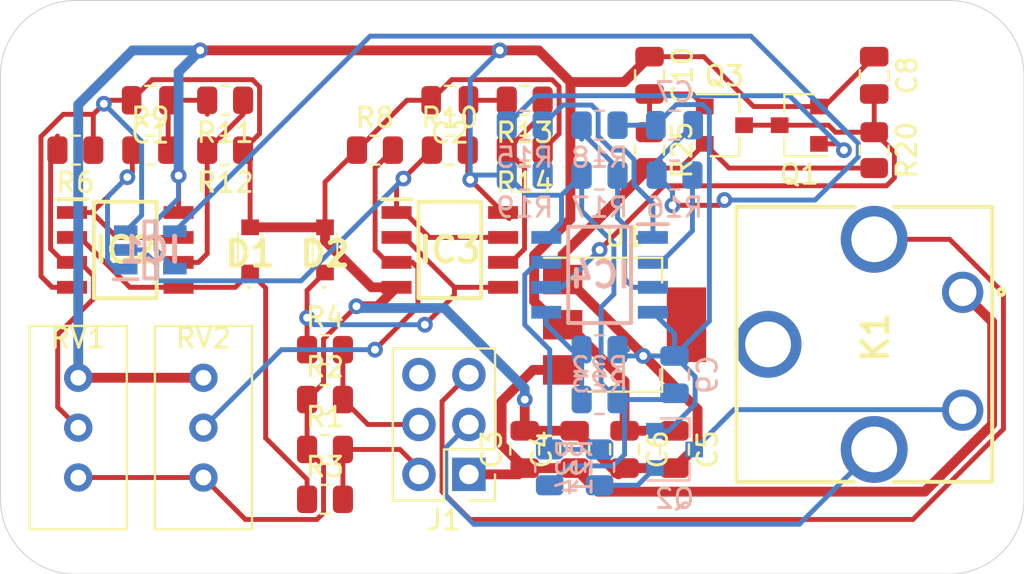
<source format=kicad_pcb>
(kicad_pcb (version 20171130) (host pcbnew "(5.1.12)-1")

  (general
    (thickness 1.6)
    (drawings 10)
    (tracks 358)
    (zones 0)
    (modules 47)
    (nets 29)
  )

  (page A4)
  (layers
    (0 F.Cu signal)
    (31 B.Cu signal)
    (32 B.Adhes user)
    (33 F.Adhes user)
    (34 B.Paste user)
    (35 F.Paste user)
    (36 B.SilkS user)
    (37 F.SilkS user)
    (38 B.Mask user)
    (39 F.Mask user)
    (40 Dwgs.User user)
    (41 Cmts.User user)
    (42 Eco1.User user)
    (43 Eco2.User user)
    (44 Edge.Cuts user)
    (45 Margin user)
    (46 B.CrtYd user)
    (47 F.CrtYd user)
    (48 B.Fab user)
    (49 F.Fab user)
  )

  (setup
    (last_trace_width 0.25)
    (user_trace_width 0.5)
    (trace_clearance 0.2)
    (zone_clearance 0.508)
    (zone_45_only no)
    (trace_min 0.2)
    (via_size 0.8)
    (via_drill 0.4)
    (via_min_size 0.4)
    (via_min_drill 0.3)
    (uvia_size 0.3)
    (uvia_drill 0.1)
    (uvias_allowed no)
    (uvia_min_size 0.2)
    (uvia_min_drill 0.1)
    (edge_width 0.05)
    (segment_width 0.2)
    (pcb_text_width 0.3)
    (pcb_text_size 1.5 1.5)
    (mod_edge_width 0.12)
    (mod_text_size 1 1)
    (mod_text_width 0.15)
    (pad_size 1.524 1.524)
    (pad_drill 0.762)
    (pad_to_mask_clearance 0)
    (aux_axis_origin 0 0)
    (visible_elements 7FFFFFFF)
    (pcbplotparams
      (layerselection 0x010fc_ffffffff)
      (usegerberextensions false)
      (usegerberattributes true)
      (usegerberadvancedattributes true)
      (creategerberjobfile true)
      (excludeedgelayer true)
      (linewidth 0.100000)
      (plotframeref false)
      (viasonmask false)
      (mode 1)
      (useauxorigin false)
      (hpglpennumber 1)
      (hpglpenspeed 20)
      (hpglpendiameter 15.000000)
      (psnegative false)
      (psa4output false)
      (plotreference true)
      (plotvalue true)
      (plotinvisibletext false)
      (padsonsilk false)
      (subtractmaskfromsilk false)
      (outputformat 1)
      (mirror false)
      (drillshape 1)
      (scaleselection 1)
      (outputdirectory ""))
  )

  (net 0 "")
  (net 1 GND)
  (net 2 +5V)
  (net 3 +12V)
  (net 4 TRIG)
  (net 5 "Net-(C8-Pad2)")
  (net 6 "Net-(C10-Pad2)")
  (net 7 "Net-(D1-Pad1)")
  (net 8 "Net-(D2-Pad1)")
  (net 9 COMP1)
  (net 10 COMP2)
  (net 11 "Net-(IC2-Pad3)")
  (net 12 "Net-(IC2-Pad6)")
  (net 13 "Net-(IC3-Pad3)")
  (net 14 "Net-(IC3-Pad6)")
  (net 15 "Net-(IC4-Pad7)")
  (net 16 "Net-(IC4-Pad5)")
  (net 17 "Net-(IC4-Pad3)")
  (net 18 "Net-(IC4-Pad2)")
  (net 19 "Net-(IC4-Pad1)")
  (net 20 "Net-(J1-Pad6)")
  (net 21 Bolide_in)
  (net 22 "Net-(K1-Pad3)")
  (net 23 Bolide_out)
  (net 24 "Net-(K1-Pad5)")
  (net 25 OUT1)
  (net 26 OUT2)
  (net 27 Brake)
  (net 28 Throttle)

  (net_class Default "This is the default net class."
    (clearance 0.2)
    (trace_width 0.25)
    (via_dia 0.8)
    (via_drill 0.4)
    (uvia_dia 0.3)
    (uvia_drill 0.1)
    (add_net +12V)
    (add_net +5V)
    (add_net Bolide_in)
    (add_net Bolide_out)
    (add_net Brake)
    (add_net COMP1)
    (add_net COMP2)
    (add_net GND)
    (add_net "Net-(C10-Pad2)")
    (add_net "Net-(C8-Pad2)")
    (add_net "Net-(D1-Pad1)")
    (add_net "Net-(D2-Pad1)")
    (add_net "Net-(IC2-Pad3)")
    (add_net "Net-(IC2-Pad6)")
    (add_net "Net-(IC3-Pad3)")
    (add_net "Net-(IC3-Pad6)")
    (add_net "Net-(IC4-Pad1)")
    (add_net "Net-(IC4-Pad2)")
    (add_net "Net-(IC4-Pad3)")
    (add_net "Net-(IC4-Pad5)")
    (add_net "Net-(IC4-Pad7)")
    (add_net "Net-(J1-Pad6)")
    (add_net "Net-(K1-Pad3)")
    (add_net "Net-(K1-Pad5)")
    (add_net OUT1)
    (add_net OUT2)
    (add_net TRIG)
    (add_net Throttle)
  )

  (module Capacitor_SMD:C_0805_2012Metric (layer F.Cu) (tedit 5F68FEEE) (tstamp 628E0D29)
    (at 102.87 77.47 180)
    (descr "Capacitor SMD 0805 (2012 Metric), square (rectangular) end terminal, IPC_7351 nominal, (Body size source: IPC-SM-782 page 76, https://www.pcb-3d.com/wordpress/wp-content/uploads/ipc-sm-782a_amendment_1_and_2.pdf, https://docs.google.com/spreadsheets/d/1BsfQQcO9C6DZCsRaXUlFlo91Tg2WpOkGARC1WS5S8t0/edit?usp=sharing), generated with kicad-footprint-generator")
    (tags capacitor)
    (path /627C5CEE)
    (attr smd)
    (fp_text reference C1 (at 0 -1.68) (layer F.SilkS)
      (effects (font (size 1 1) (thickness 0.15)))
    )
    (fp_text value 100n (at 0 1.68) (layer F.Fab)
      (effects (font (size 1 1) (thickness 0.15)))
    )
    (fp_line (start 1.7 0.98) (end -1.7 0.98) (layer F.CrtYd) (width 0.05))
    (fp_line (start 1.7 -0.98) (end 1.7 0.98) (layer F.CrtYd) (width 0.05))
    (fp_line (start -1.7 -0.98) (end 1.7 -0.98) (layer F.CrtYd) (width 0.05))
    (fp_line (start -1.7 0.98) (end -1.7 -0.98) (layer F.CrtYd) (width 0.05))
    (fp_line (start -0.261252 0.735) (end 0.261252 0.735) (layer F.SilkS) (width 0.12))
    (fp_line (start -0.261252 -0.735) (end 0.261252 -0.735) (layer F.SilkS) (width 0.12))
    (fp_line (start 1 0.625) (end -1 0.625) (layer F.Fab) (width 0.1))
    (fp_line (start 1 -0.625) (end 1 0.625) (layer F.Fab) (width 0.1))
    (fp_line (start -1 -0.625) (end 1 -0.625) (layer F.Fab) (width 0.1))
    (fp_line (start -1 0.625) (end -1 -0.625) (layer F.Fab) (width 0.1))
    (fp_text user %R (at 0 0) (layer F.Fab)
      (effects (font (size 0.5 0.5) (thickness 0.08)))
    )
    (pad 2 smd roundrect (at 0.95 0 180) (size 1 1.45) (layers F.Cu F.Paste F.Mask) (roundrect_rratio 0.25)
      (net 1 GND))
    (pad 1 smd roundrect (at -0.95 0 180) (size 1 1.45) (layers F.Cu F.Paste F.Mask) (roundrect_rratio 0.25)
      (net 2 +5V))
    (model ${KISYS3DMOD}/Capacitor_SMD.3dshapes/C_0805_2012Metric.wrl
      (at (xyz 0 0 0))
      (scale (xyz 1 1 1))
      (rotate (xyz 0 0 0))
    )
  )

  (module Capacitor_SMD:C_0805_2012Metric (layer F.Cu) (tedit 5F68FEEE) (tstamp 628E0D3A)
    (at 118.11 77.47 180)
    (descr "Capacitor SMD 0805 (2012 Metric), square (rectangular) end terminal, IPC_7351 nominal, (Body size source: IPC-SM-782 page 76, https://www.pcb-3d.com/wordpress/wp-content/uploads/ipc-sm-782a_amendment_1_and_2.pdf, https://docs.google.com/spreadsheets/d/1BsfQQcO9C6DZCsRaXUlFlo91Tg2WpOkGARC1WS5S8t0/edit?usp=sharing), generated with kicad-footprint-generator")
    (tags capacitor)
    (path /6280F606)
    (attr smd)
    (fp_text reference C2 (at 0 -1.68) (layer F.SilkS)
      (effects (font (size 1 1) (thickness 0.15)))
    )
    (fp_text value 100n (at 0 1.68) (layer F.Fab)
      (effects (font (size 1 1) (thickness 0.15)))
    )
    (fp_line (start 1.7 0.98) (end -1.7 0.98) (layer F.CrtYd) (width 0.05))
    (fp_line (start 1.7 -0.98) (end 1.7 0.98) (layer F.CrtYd) (width 0.05))
    (fp_line (start -1.7 -0.98) (end 1.7 -0.98) (layer F.CrtYd) (width 0.05))
    (fp_line (start -1.7 0.98) (end -1.7 -0.98) (layer F.CrtYd) (width 0.05))
    (fp_line (start -0.261252 0.735) (end 0.261252 0.735) (layer F.SilkS) (width 0.12))
    (fp_line (start -0.261252 -0.735) (end 0.261252 -0.735) (layer F.SilkS) (width 0.12))
    (fp_line (start 1 0.625) (end -1 0.625) (layer F.Fab) (width 0.1))
    (fp_line (start 1 -0.625) (end 1 0.625) (layer F.Fab) (width 0.1))
    (fp_line (start -1 -0.625) (end 1 -0.625) (layer F.Fab) (width 0.1))
    (fp_line (start -1 0.625) (end -1 -0.625) (layer F.Fab) (width 0.1))
    (fp_text user %R (at 0 0) (layer F.Fab)
      (effects (font (size 0.5 0.5) (thickness 0.08)))
    )
    (pad 2 smd roundrect (at 0.95 0 180) (size 1 1.45) (layers F.Cu F.Paste F.Mask) (roundrect_rratio 0.25)
      (net 1 GND))
    (pad 1 smd roundrect (at -0.95 0 180) (size 1 1.45) (layers F.Cu F.Paste F.Mask) (roundrect_rratio 0.25)
      (net 2 +5V))
    (model ${KISYS3DMOD}/Capacitor_SMD.3dshapes/C_0805_2012Metric.wrl
      (at (xyz 0 0 0))
      (scale (xyz 1 1 1))
      (rotate (xyz 0 0 0))
    )
  )

  (module Capacitor_SMD:C_0805_2012Metric (layer F.Cu) (tedit 5F68FEEE) (tstamp 628E0D4B)
    (at 121.92 95.25 90)
    (descr "Capacitor SMD 0805 (2012 Metric), square (rectangular) end terminal, IPC_7351 nominal, (Body size source: IPC-SM-782 page 76, https://www.pcb-3d.com/wordpress/wp-content/uploads/ipc-sm-782a_amendment_1_and_2.pdf, https://docs.google.com/spreadsheets/d/1BsfQQcO9C6DZCsRaXUlFlo91Tg2WpOkGARC1WS5S8t0/edit?usp=sharing), generated with kicad-footprint-generator")
    (tags capacitor)
    (path /6287753B)
    (attr smd)
    (fp_text reference C3 (at 0 -1.68 90) (layer F.SilkS)
      (effects (font (size 1 1) (thickness 0.15)))
    )
    (fp_text value 10u (at 0 1.68 90) (layer F.Fab)
      (effects (font (size 1 1) (thickness 0.15)))
    )
    (fp_line (start 1.7 0.98) (end -1.7 0.98) (layer F.CrtYd) (width 0.05))
    (fp_line (start 1.7 -0.98) (end 1.7 0.98) (layer F.CrtYd) (width 0.05))
    (fp_line (start -1.7 -0.98) (end 1.7 -0.98) (layer F.CrtYd) (width 0.05))
    (fp_line (start -1.7 0.98) (end -1.7 -0.98) (layer F.CrtYd) (width 0.05))
    (fp_line (start -0.261252 0.735) (end 0.261252 0.735) (layer F.SilkS) (width 0.12))
    (fp_line (start -0.261252 -0.735) (end 0.261252 -0.735) (layer F.SilkS) (width 0.12))
    (fp_line (start 1 0.625) (end -1 0.625) (layer F.Fab) (width 0.1))
    (fp_line (start 1 -0.625) (end 1 0.625) (layer F.Fab) (width 0.1))
    (fp_line (start -1 -0.625) (end 1 -0.625) (layer F.Fab) (width 0.1))
    (fp_line (start -1 0.625) (end -1 -0.625) (layer F.Fab) (width 0.1))
    (fp_text user %R (at 0 0 90) (layer F.Fab)
      (effects (font (size 0.5 0.5) (thickness 0.08)))
    )
    (pad 2 smd roundrect (at 0.95 0 90) (size 1 1.45) (layers F.Cu F.Paste F.Mask) (roundrect_rratio 0.25)
      (net 1 GND))
    (pad 1 smd roundrect (at -0.95 0 90) (size 1 1.45) (layers F.Cu F.Paste F.Mask) (roundrect_rratio 0.25)
      (net 3 +12V))
    (model ${KISYS3DMOD}/Capacitor_SMD.3dshapes/C_0805_2012Metric.wrl
      (at (xyz 0 0 0))
      (scale (xyz 1 1 1))
      (rotate (xyz 0 0 0))
    )
  )

  (module Capacitor_SMD:C_0805_2012Metric (layer F.Cu) (tedit 5F68FEEE) (tstamp 628E0D5C)
    (at 124.46 95.25 90)
    (descr "Capacitor SMD 0805 (2012 Metric), square (rectangular) end terminal, IPC_7351 nominal, (Body size source: IPC-SM-782 page 76, https://www.pcb-3d.com/wordpress/wp-content/uploads/ipc-sm-782a_amendment_1_and_2.pdf, https://docs.google.com/spreadsheets/d/1BsfQQcO9C6DZCsRaXUlFlo91Tg2WpOkGARC1WS5S8t0/edit?usp=sharing), generated with kicad-footprint-generator")
    (tags capacitor)
    (path /62878EC3)
    (attr smd)
    (fp_text reference C4 (at 0 -1.68 90) (layer F.SilkS)
      (effects (font (size 1 1) (thickness 0.15)))
    )
    (fp_text value 100n (at 0 1.68 90) (layer F.Fab)
      (effects (font (size 1 1) (thickness 0.15)))
    )
    (fp_line (start -1 0.625) (end -1 -0.625) (layer F.Fab) (width 0.1))
    (fp_line (start -1 -0.625) (end 1 -0.625) (layer F.Fab) (width 0.1))
    (fp_line (start 1 -0.625) (end 1 0.625) (layer F.Fab) (width 0.1))
    (fp_line (start 1 0.625) (end -1 0.625) (layer F.Fab) (width 0.1))
    (fp_line (start -0.261252 -0.735) (end 0.261252 -0.735) (layer F.SilkS) (width 0.12))
    (fp_line (start -0.261252 0.735) (end 0.261252 0.735) (layer F.SilkS) (width 0.12))
    (fp_line (start -1.7 0.98) (end -1.7 -0.98) (layer F.CrtYd) (width 0.05))
    (fp_line (start -1.7 -0.98) (end 1.7 -0.98) (layer F.CrtYd) (width 0.05))
    (fp_line (start 1.7 -0.98) (end 1.7 0.98) (layer F.CrtYd) (width 0.05))
    (fp_line (start 1.7 0.98) (end -1.7 0.98) (layer F.CrtYd) (width 0.05))
    (fp_text user %R (at 0 0 90) (layer F.Fab)
      (effects (font (size 0.5 0.5) (thickness 0.08)))
    )
    (pad 1 smd roundrect (at -0.95 0 90) (size 1 1.45) (layers F.Cu F.Paste F.Mask) (roundrect_rratio 0.25)
      (net 3 +12V))
    (pad 2 smd roundrect (at 0.95 0 90) (size 1 1.45) (layers F.Cu F.Paste F.Mask) (roundrect_rratio 0.25)
      (net 1 GND))
    (model ${KISYS3DMOD}/Capacitor_SMD.3dshapes/C_0805_2012Metric.wrl
      (at (xyz 0 0 0))
      (scale (xyz 1 1 1))
      (rotate (xyz 0 0 0))
    )
  )

  (module Capacitor_SMD:C_0805_2012Metric (layer F.Cu) (tedit 5F68FEEE) (tstamp 628E0D6D)
    (at 129.54 95.25 270)
    (descr "Capacitor SMD 0805 (2012 Metric), square (rectangular) end terminal, IPC_7351 nominal, (Body size source: IPC-SM-782 page 76, https://www.pcb-3d.com/wordpress/wp-content/uploads/ipc-sm-782a_amendment_1_and_2.pdf, https://docs.google.com/spreadsheets/d/1BsfQQcO9C6DZCsRaXUlFlo91Tg2WpOkGARC1WS5S8t0/edit?usp=sharing), generated with kicad-footprint-generator")
    (tags capacitor)
    (path /62879443)
    (attr smd)
    (fp_text reference C5 (at 0 -1.68 90) (layer F.SilkS)
      (effects (font (size 1 1) (thickness 0.15)))
    )
    (fp_text value 100n (at 0 1.68 90) (layer F.Fab)
      (effects (font (size 1 1) (thickness 0.15)))
    )
    (fp_line (start 1.7 0.98) (end -1.7 0.98) (layer F.CrtYd) (width 0.05))
    (fp_line (start 1.7 -0.98) (end 1.7 0.98) (layer F.CrtYd) (width 0.05))
    (fp_line (start -1.7 -0.98) (end 1.7 -0.98) (layer F.CrtYd) (width 0.05))
    (fp_line (start -1.7 0.98) (end -1.7 -0.98) (layer F.CrtYd) (width 0.05))
    (fp_line (start -0.261252 0.735) (end 0.261252 0.735) (layer F.SilkS) (width 0.12))
    (fp_line (start -0.261252 -0.735) (end 0.261252 -0.735) (layer F.SilkS) (width 0.12))
    (fp_line (start 1 0.625) (end -1 0.625) (layer F.Fab) (width 0.1))
    (fp_line (start 1 -0.625) (end 1 0.625) (layer F.Fab) (width 0.1))
    (fp_line (start -1 -0.625) (end 1 -0.625) (layer F.Fab) (width 0.1))
    (fp_line (start -1 0.625) (end -1 -0.625) (layer F.Fab) (width 0.1))
    (fp_text user %R (at 0 0 90) (layer F.Fab)
      (effects (font (size 0.5 0.5) (thickness 0.08)))
    )
    (pad 2 smd roundrect (at 0.95 0 270) (size 1 1.45) (layers F.Cu F.Paste F.Mask) (roundrect_rratio 0.25)
      (net 1 GND))
    (pad 1 smd roundrect (at -0.95 0 270) (size 1 1.45) (layers F.Cu F.Paste F.Mask) (roundrect_rratio 0.25)
      (net 2 +5V))
    (model ${KISYS3DMOD}/Capacitor_SMD.3dshapes/C_0805_2012Metric.wrl
      (at (xyz 0 0 0))
      (scale (xyz 1 1 1))
      (rotate (xyz 0 0 0))
    )
  )

  (module Capacitor_SMD:C_0805_2012Metric (layer F.Cu) (tedit 5F68FEEE) (tstamp 628E0D7E)
    (at 127 95.25 270)
    (descr "Capacitor SMD 0805 (2012 Metric), square (rectangular) end terminal, IPC_7351 nominal, (Body size source: IPC-SM-782 page 76, https://www.pcb-3d.com/wordpress/wp-content/uploads/ipc-sm-782a_amendment_1_and_2.pdf, https://docs.google.com/spreadsheets/d/1BsfQQcO9C6DZCsRaXUlFlo91Tg2WpOkGARC1WS5S8t0/edit?usp=sharing), generated with kicad-footprint-generator")
    (tags capacitor)
    (path /62879EBA)
    (attr smd)
    (fp_text reference C6 (at 0 -1.68 90) (layer F.SilkS)
      (effects (font (size 1 1) (thickness 0.15)))
    )
    (fp_text value 10u (at 0 1.68 90) (layer F.Fab)
      (effects (font (size 1 1) (thickness 0.15)))
    )
    (fp_line (start -1 0.625) (end -1 -0.625) (layer F.Fab) (width 0.1))
    (fp_line (start -1 -0.625) (end 1 -0.625) (layer F.Fab) (width 0.1))
    (fp_line (start 1 -0.625) (end 1 0.625) (layer F.Fab) (width 0.1))
    (fp_line (start 1 0.625) (end -1 0.625) (layer F.Fab) (width 0.1))
    (fp_line (start -0.261252 -0.735) (end 0.261252 -0.735) (layer F.SilkS) (width 0.12))
    (fp_line (start -0.261252 0.735) (end 0.261252 0.735) (layer F.SilkS) (width 0.12))
    (fp_line (start -1.7 0.98) (end -1.7 -0.98) (layer F.CrtYd) (width 0.05))
    (fp_line (start -1.7 -0.98) (end 1.7 -0.98) (layer F.CrtYd) (width 0.05))
    (fp_line (start 1.7 -0.98) (end 1.7 0.98) (layer F.CrtYd) (width 0.05))
    (fp_line (start 1.7 0.98) (end -1.7 0.98) (layer F.CrtYd) (width 0.05))
    (fp_text user %R (at 0 0 90) (layer F.Fab)
      (effects (font (size 0.5 0.5) (thickness 0.08)))
    )
    (pad 1 smd roundrect (at -0.95 0 270) (size 1 1.45) (layers F.Cu F.Paste F.Mask) (roundrect_rratio 0.25)
      (net 2 +5V))
    (pad 2 smd roundrect (at 0.95 0 270) (size 1 1.45) (layers F.Cu F.Paste F.Mask) (roundrect_rratio 0.25)
      (net 1 GND))
    (model ${KISYS3DMOD}/Capacitor_SMD.3dshapes/C_0805_2012Metric.wrl
      (at (xyz 0 0 0))
      (scale (xyz 1 1 1))
      (rotate (xyz 0 0 0))
    )
  )

  (module Capacitor_SMD:C_0805_2012Metric (layer B.Cu) (tedit 5F68FEEE) (tstamp 628E0D8F)
    (at 129.54 78.74 180)
    (descr "Capacitor SMD 0805 (2012 Metric), square (rectangular) end terminal, IPC_7351 nominal, (Body size source: IPC-SM-782 page 76, https://www.pcb-3d.com/wordpress/wp-content/uploads/ipc-sm-782a_amendment_1_and_2.pdf, https://docs.google.com/spreadsheets/d/1BsfQQcO9C6DZCsRaXUlFlo91Tg2WpOkGARC1WS5S8t0/edit?usp=sharing), generated with kicad-footprint-generator")
    (tags capacitor)
    (path /62814735)
    (attr smd)
    (fp_text reference C7 (at 0 1.68) (layer B.SilkS)
      (effects (font (size 1 1) (thickness 0.15)) (justify mirror))
    )
    (fp_text value 1u (at 0 -1.68) (layer B.Fab)
      (effects (font (size 1 1) (thickness 0.15)) (justify mirror))
    )
    (fp_line (start -1 -0.625) (end -1 0.625) (layer B.Fab) (width 0.1))
    (fp_line (start -1 0.625) (end 1 0.625) (layer B.Fab) (width 0.1))
    (fp_line (start 1 0.625) (end 1 -0.625) (layer B.Fab) (width 0.1))
    (fp_line (start 1 -0.625) (end -1 -0.625) (layer B.Fab) (width 0.1))
    (fp_line (start -0.261252 0.735) (end 0.261252 0.735) (layer B.SilkS) (width 0.12))
    (fp_line (start -0.261252 -0.735) (end 0.261252 -0.735) (layer B.SilkS) (width 0.12))
    (fp_line (start -1.7 -0.98) (end -1.7 0.98) (layer B.CrtYd) (width 0.05))
    (fp_line (start -1.7 0.98) (end 1.7 0.98) (layer B.CrtYd) (width 0.05))
    (fp_line (start 1.7 0.98) (end 1.7 -0.98) (layer B.CrtYd) (width 0.05))
    (fp_line (start 1.7 -0.98) (end -1.7 -0.98) (layer B.CrtYd) (width 0.05))
    (fp_text user %R (at 0 0) (layer B.Fab)
      (effects (font (size 0.5 0.5) (thickness 0.08)) (justify mirror))
    )
    (pad 1 smd roundrect (at -0.95 0 180) (size 1 1.45) (layers B.Cu B.Paste B.Mask) (roundrect_rratio 0.25)
      (net 4 TRIG))
    (pad 2 smd roundrect (at 0.95 0 180) (size 1 1.45) (layers B.Cu B.Paste B.Mask) (roundrect_rratio 0.25)
      (net 1 GND))
    (model ${KISYS3DMOD}/Capacitor_SMD.3dshapes/C_0805_2012Metric.wrl
      (at (xyz 0 0 0))
      (scale (xyz 1 1 1))
      (rotate (xyz 0 0 0))
    )
  )

  (module Capacitor_SMD:C_0805_2012Metric (layer F.Cu) (tedit 5F68FEEE) (tstamp 628E0DA0)
    (at 139.7 76.2 270)
    (descr "Capacitor SMD 0805 (2012 Metric), square (rectangular) end terminal, IPC_7351 nominal, (Body size source: IPC-SM-782 page 76, https://www.pcb-3d.com/wordpress/wp-content/uploads/ipc-sm-782a_amendment_1_and_2.pdf, https://docs.google.com/spreadsheets/d/1BsfQQcO9C6DZCsRaXUlFlo91Tg2WpOkGARC1WS5S8t0/edit?usp=sharing), generated with kicad-footprint-generator")
    (tags capacitor)
    (path /62839BD7)
    (attr smd)
    (fp_text reference C8 (at 0 -1.68 90) (layer F.SilkS)
      (effects (font (size 1 1) (thickness 0.15)))
    )
    (fp_text value 1u (at 0 1.68 90) (layer F.Fab)
      (effects (font (size 1 1) (thickness 0.15)))
    )
    (fp_line (start 1.7 0.98) (end -1.7 0.98) (layer F.CrtYd) (width 0.05))
    (fp_line (start 1.7 -0.98) (end 1.7 0.98) (layer F.CrtYd) (width 0.05))
    (fp_line (start -1.7 -0.98) (end 1.7 -0.98) (layer F.CrtYd) (width 0.05))
    (fp_line (start -1.7 0.98) (end -1.7 -0.98) (layer F.CrtYd) (width 0.05))
    (fp_line (start -0.261252 0.735) (end 0.261252 0.735) (layer F.SilkS) (width 0.12))
    (fp_line (start -0.261252 -0.735) (end 0.261252 -0.735) (layer F.SilkS) (width 0.12))
    (fp_line (start 1 0.625) (end -1 0.625) (layer F.Fab) (width 0.1))
    (fp_line (start 1 -0.625) (end 1 0.625) (layer F.Fab) (width 0.1))
    (fp_line (start -1 -0.625) (end 1 -0.625) (layer F.Fab) (width 0.1))
    (fp_line (start -1 0.625) (end -1 -0.625) (layer F.Fab) (width 0.1))
    (fp_text user %R (at 0 0 90) (layer F.Fab)
      (effects (font (size 0.5 0.5) (thickness 0.08)))
    )
    (pad 2 smd roundrect (at 0.95 0 270) (size 1 1.45) (layers F.Cu F.Paste F.Mask) (roundrect_rratio 0.25)
      (net 5 "Net-(C8-Pad2)"))
    (pad 1 smd roundrect (at -0.95 0 270) (size 1 1.45) (layers F.Cu F.Paste F.Mask) (roundrect_rratio 0.25)
      (net 2 +5V))
    (model ${KISYS3DMOD}/Capacitor_SMD.3dshapes/C_0805_2012Metric.wrl
      (at (xyz 0 0 0))
      (scale (xyz 1 1 1))
      (rotate (xyz 0 0 0))
    )
  )

  (module Capacitor_SMD:C_0805_2012Metric (layer B.Cu) (tedit 5F68FEEE) (tstamp 628E0DB1)
    (at 129.54 91.44 90)
    (descr "Capacitor SMD 0805 (2012 Metric), square (rectangular) end terminal, IPC_7351 nominal, (Body size source: IPC-SM-782 page 76, https://www.pcb-3d.com/wordpress/wp-content/uploads/ipc-sm-782a_amendment_1_and_2.pdf, https://docs.google.com/spreadsheets/d/1BsfQQcO9C6DZCsRaXUlFlo91Tg2WpOkGARC1WS5S8t0/edit?usp=sharing), generated with kicad-footprint-generator")
    (tags capacitor)
    (path /62817948)
    (attr smd)
    (fp_text reference C9 (at 0 1.68 90) (layer B.SilkS)
      (effects (font (size 1 1) (thickness 0.15)) (justify mirror))
    )
    (fp_text value 100n (at 0 -1.68 90) (layer B.Fab)
      (effects (font (size 1 1) (thickness 0.15)) (justify mirror))
    )
    (fp_line (start -1 -0.625) (end -1 0.625) (layer B.Fab) (width 0.1))
    (fp_line (start -1 0.625) (end 1 0.625) (layer B.Fab) (width 0.1))
    (fp_line (start 1 0.625) (end 1 -0.625) (layer B.Fab) (width 0.1))
    (fp_line (start 1 -0.625) (end -1 -0.625) (layer B.Fab) (width 0.1))
    (fp_line (start -0.261252 0.735) (end 0.261252 0.735) (layer B.SilkS) (width 0.12))
    (fp_line (start -0.261252 -0.735) (end 0.261252 -0.735) (layer B.SilkS) (width 0.12))
    (fp_line (start -1.7 -0.98) (end -1.7 0.98) (layer B.CrtYd) (width 0.05))
    (fp_line (start -1.7 0.98) (end 1.7 0.98) (layer B.CrtYd) (width 0.05))
    (fp_line (start 1.7 0.98) (end 1.7 -0.98) (layer B.CrtYd) (width 0.05))
    (fp_line (start 1.7 -0.98) (end -1.7 -0.98) (layer B.CrtYd) (width 0.05))
    (fp_text user %R (at 0 0 90) (layer B.Fab)
      (effects (font (size 0.5 0.5) (thickness 0.08)) (justify mirror))
    )
    (pad 1 smd roundrect (at -0.95 0 90) (size 1 1.45) (layers B.Cu B.Paste B.Mask) (roundrect_rratio 0.25)
      (net 2 +5V))
    (pad 2 smd roundrect (at 0.95 0 90) (size 1 1.45) (layers B.Cu B.Paste B.Mask) (roundrect_rratio 0.25)
      (net 1 GND))
    (model ${KISYS3DMOD}/Capacitor_SMD.3dshapes/C_0805_2012Metric.wrl
      (at (xyz 0 0 0))
      (scale (xyz 1 1 1))
      (rotate (xyz 0 0 0))
    )
  )

  (module Capacitor_SMD:C_0805_2012Metric (layer F.Cu) (tedit 5F68FEEE) (tstamp 628E0DC2)
    (at 128.27 76.2 270)
    (descr "Capacitor SMD 0805 (2012 Metric), square (rectangular) end terminal, IPC_7351 nominal, (Body size source: IPC-SM-782 page 76, https://www.pcb-3d.com/wordpress/wp-content/uploads/ipc-sm-782a_amendment_1_and_2.pdf, https://docs.google.com/spreadsheets/d/1BsfQQcO9C6DZCsRaXUlFlo91Tg2WpOkGARC1WS5S8t0/edit?usp=sharing), generated with kicad-footprint-generator")
    (tags capacitor)
    (path /628434B9)
    (attr smd)
    (fp_text reference C10 (at 0 -1.68 90) (layer F.SilkS)
      (effects (font (size 1 1) (thickness 0.15)))
    )
    (fp_text value 100n (at 0 1.68 90) (layer F.Fab)
      (effects (font (size 1 1) (thickness 0.15)))
    )
    (fp_line (start -1 0.625) (end -1 -0.625) (layer F.Fab) (width 0.1))
    (fp_line (start -1 -0.625) (end 1 -0.625) (layer F.Fab) (width 0.1))
    (fp_line (start 1 -0.625) (end 1 0.625) (layer F.Fab) (width 0.1))
    (fp_line (start 1 0.625) (end -1 0.625) (layer F.Fab) (width 0.1))
    (fp_line (start -0.261252 -0.735) (end 0.261252 -0.735) (layer F.SilkS) (width 0.12))
    (fp_line (start -0.261252 0.735) (end 0.261252 0.735) (layer F.SilkS) (width 0.12))
    (fp_line (start -1.7 0.98) (end -1.7 -0.98) (layer F.CrtYd) (width 0.05))
    (fp_line (start -1.7 -0.98) (end 1.7 -0.98) (layer F.CrtYd) (width 0.05))
    (fp_line (start 1.7 -0.98) (end 1.7 0.98) (layer F.CrtYd) (width 0.05))
    (fp_line (start 1.7 0.98) (end -1.7 0.98) (layer F.CrtYd) (width 0.05))
    (fp_text user %R (at 0 0 90) (layer F.Fab)
      (effects (font (size 0.5 0.5) (thickness 0.08)))
    )
    (pad 1 smd roundrect (at -0.95 0 270) (size 1 1.45) (layers F.Cu F.Paste F.Mask) (roundrect_rratio 0.25)
      (net 2 +5V))
    (pad 2 smd roundrect (at 0.95 0 270) (size 1 1.45) (layers F.Cu F.Paste F.Mask) (roundrect_rratio 0.25)
      (net 6 "Net-(C10-Pad2)"))
    (model ${KISYS3DMOD}/Capacitor_SMD.3dshapes/C_0805_2012Metric.wrl
      (at (xyz 0 0 0))
      (scale (xyz 1 1 1))
      (rotate (xyz 0 0 0))
    )
  )

  (module SamacSys_Parts:1SS357TPH3F (layer F.Cu) (tedit 0) (tstamp 628E0DD7)
    (at 107.95 85.09)
    (descr "USC (1-1E1A)")
    (tags "TVS Diode (Bi-directional)")
    (path /6283FA19)
    (attr smd)
    (fp_text reference D1 (at 0 0.2) (layer F.SilkS)
      (effects (font (size 1.27 1.27) (thickness 0.254)))
    )
    (fp_text value DF2B36FU,H3F (at 0 0.2) (layer F.SilkS) hide
      (effects (font (size 1.27 1.27) (thickness 0.254)))
    )
    (fp_line (start -0.625 -0.85) (end 0.625 -0.85) (layer F.Fab) (width 0.2))
    (fp_line (start 0.625 -0.85) (end 0.625 0.85) (layer F.Fab) (width 0.2))
    (fp_line (start 0.625 0.85) (end -0.625 0.85) (layer F.Fab) (width 0.2))
    (fp_line (start -0.625 0.85) (end -0.625 -0.85) (layer F.Fab) (width 0.2))
    (fp_line (start -1.625 -2.55) (end 1.625 -2.55) (layer F.CrtYd) (width 0.1))
    (fp_line (start 1.625 -2.55) (end 1.625 2.95) (layer F.CrtYd) (width 0.1))
    (fp_line (start 1.625 2.95) (end -1.625 2.95) (layer F.CrtYd) (width 0.1))
    (fp_line (start -1.625 2.95) (end -1.625 -2.55) (layer F.CrtYd) (width 0.1))
    (fp_line (start -0.625 -0.85) (end -0.625 0.85) (layer F.SilkS) (width 0.1))
    (fp_line (start 0.625 -0.85) (end 0.625 0.85) (layer F.SilkS) (width 0.1))
    (fp_line (start -0.1 1.9) (end -0.1 1.9) (layer F.SilkS) (width 0.1))
    (fp_line (start 0 1.9) (end 0 1.9) (layer F.SilkS) (width 0.1))
    (fp_text user %R (at 0 0.2) (layer F.Fab)
      (effects (font (size 1.27 1.27) (thickness 0.254)))
    )
    (fp_arc (start -0.05 1.9) (end -0.1 1.9) (angle 180) (layer F.SilkS) (width 0.1))
    (fp_arc (start -0.05 1.9) (end 0 1.9) (angle 180) (layer F.SilkS) (width 0.1))
    (pad 1 smd rect (at 0 1.15 90) (size 0.8 0.9) (layers F.Cu F.Paste F.Mask)
      (net 7 "Net-(D1-Pad1)"))
    (pad 2 smd rect (at 0 -1.15 90) (size 0.8 0.9) (layers F.Cu F.Paste F.Mask)
      (net 1 GND))
    (model DF2B36FU,H3F.stp
      (at (xyz 0 0 0))
      (scale (xyz 1 1 1))
      (rotate (xyz -90 0 0))
    )
  )

  (module SamacSys_Parts:1SS357TPH3F (layer F.Cu) (tedit 0) (tstamp 628E0DEC)
    (at 111.76 85.09)
    (descr "USC (1-1E1A)")
    (tags "TVS Diode (Bi-directional)")
    (path /6286414E)
    (attr smd)
    (fp_text reference D2 (at 0 0.2) (layer F.SilkS)
      (effects (font (size 1.27 1.27) (thickness 0.254)))
    )
    (fp_text value DF2B36FU,H3F (at 0 0.2) (layer F.SilkS) hide
      (effects (font (size 1.27 1.27) (thickness 0.254)))
    )
    (fp_line (start 0 1.9) (end 0 1.9) (layer F.SilkS) (width 0.1))
    (fp_line (start -0.1 1.9) (end -0.1 1.9) (layer F.SilkS) (width 0.1))
    (fp_line (start 0.625 -0.85) (end 0.625 0.85) (layer F.SilkS) (width 0.1))
    (fp_line (start -0.625 -0.85) (end -0.625 0.85) (layer F.SilkS) (width 0.1))
    (fp_line (start -1.625 2.95) (end -1.625 -2.55) (layer F.CrtYd) (width 0.1))
    (fp_line (start 1.625 2.95) (end -1.625 2.95) (layer F.CrtYd) (width 0.1))
    (fp_line (start 1.625 -2.55) (end 1.625 2.95) (layer F.CrtYd) (width 0.1))
    (fp_line (start -1.625 -2.55) (end 1.625 -2.55) (layer F.CrtYd) (width 0.1))
    (fp_line (start -0.625 0.85) (end -0.625 -0.85) (layer F.Fab) (width 0.2))
    (fp_line (start 0.625 0.85) (end -0.625 0.85) (layer F.Fab) (width 0.2))
    (fp_line (start 0.625 -0.85) (end 0.625 0.85) (layer F.Fab) (width 0.2))
    (fp_line (start -0.625 -0.85) (end 0.625 -0.85) (layer F.Fab) (width 0.2))
    (fp_arc (start -0.05 1.9) (end 0 1.9) (angle 180) (layer F.SilkS) (width 0.1))
    (fp_arc (start -0.05 1.9) (end -0.1 1.9) (angle 180) (layer F.SilkS) (width 0.1))
    (fp_text user %R (at 0 0.2) (layer F.Fab)
      (effects (font (size 1.27 1.27) (thickness 0.254)))
    )
    (pad 2 smd rect (at 0 -1.15 90) (size 0.8 0.9) (layers F.Cu F.Paste F.Mask)
      (net 1 GND))
    (pad 1 smd rect (at 0 1.15 90) (size 0.8 0.9) (layers F.Cu F.Paste F.Mask)
      (net 8 "Net-(D2-Pad1)"))
    (model DF2B36FU,H3F.stp
      (at (xyz 0 0 0))
      (scale (xyz 1 1 1))
      (rotate (xyz -90 0 0))
    )
  )

  (module SamacSys_Parts:SOT95P280X145-5N (layer B.Cu) (tedit 0) (tstamp 628E0E04)
    (at 102.87 85.09)
    (descr SOT23)
    (tags "Integrated Circuit")
    (path /62808716)
    (attr smd)
    (fp_text reference IC1 (at 0 0) (layer B.SilkS)
      (effects (font (size 1.27 1.27) (thickness 0.254)) (justify mirror))
    )
    (fp_text value SN74AHC1G02DBVR (at 0 0) (layer B.SilkS) hide
      (effects (font (size 1.27 1.27) (thickness 0.254)) (justify mirror))
    )
    (fp_line (start -2.1 1.775) (end 2.1 1.775) (layer B.CrtYd) (width 0.05))
    (fp_line (start 2.1 1.775) (end 2.1 -1.775) (layer B.CrtYd) (width 0.05))
    (fp_line (start 2.1 -1.775) (end -2.1 -1.775) (layer B.CrtYd) (width 0.05))
    (fp_line (start -2.1 -1.775) (end -2.1 1.775) (layer B.CrtYd) (width 0.05))
    (fp_line (start -0.8 1.45) (end 0.8 1.45) (layer B.Fab) (width 0.1))
    (fp_line (start 0.8 1.45) (end 0.8 -1.45) (layer B.Fab) (width 0.1))
    (fp_line (start 0.8 -1.45) (end -0.8 -1.45) (layer B.Fab) (width 0.1))
    (fp_line (start -0.8 -1.45) (end -0.8 1.45) (layer B.Fab) (width 0.1))
    (fp_line (start -0.8 0.5) (end 0.15 1.45) (layer B.Fab) (width 0.1))
    (fp_line (start -0.3 1.45) (end 0.3 1.45) (layer B.SilkS) (width 0.2))
    (fp_line (start 0.3 1.45) (end 0.3 -1.45) (layer B.SilkS) (width 0.2))
    (fp_line (start 0.3 -1.45) (end -0.3 -1.45) (layer B.SilkS) (width 0.2))
    (fp_line (start -0.3 -1.45) (end -0.3 1.45) (layer B.SilkS) (width 0.2))
    (fp_line (start -1.85 1.5) (end -0.65 1.5) (layer B.SilkS) (width 0.2))
    (fp_text user %R (at 0 0) (layer B.Fab)
      (effects (font (size 1.27 1.27) (thickness 0.254)) (justify mirror))
    )
    (pad 1 smd rect (at -1.25 0.95 270) (size 0.6 1.2) (layers B.Cu B.Paste B.Mask)
      (net 9 COMP1))
    (pad 2 smd rect (at -1.25 0 270) (size 0.6 1.2) (layers B.Cu B.Paste B.Mask)
      (net 10 COMP2))
    (pad 3 smd rect (at -1.25 -0.95 270) (size 0.6 1.2) (layers B.Cu B.Paste B.Mask)
      (net 1 GND))
    (pad 4 smd rect (at 1.25 -0.95 270) (size 0.6 1.2) (layers B.Cu B.Paste B.Mask)
      (net 4 TRIG))
    (pad 5 smd rect (at 1.25 0.95 270) (size 0.6 1.2) (layers B.Cu B.Paste B.Mask)
      (net 2 +5V))
    (model SN74AHC1G02DBVR.stp
      (at (xyz 0 0 0))
      (scale (xyz 1 1 1))
      (rotate (xyz 0 0 0))
    )
  )

  (module SamacSys_Parts:SOIC127P600X175-8N (layer F.Cu) (tedit 0) (tstamp 628E0E1F)
    (at 101.6 85.09)
    (descr D0008A)
    (tags "Integrated Circuit")
    (path /627C18BC)
    (attr smd)
    (fp_text reference IC2 (at 0 0) (layer F.SilkS)
      (effects (font (size 1.27 1.27) (thickness 0.254)))
    )
    (fp_text value LM393AD (at 0 0) (layer F.SilkS) hide
      (effects (font (size 1.27 1.27) (thickness 0.254)))
    )
    (fp_line (start -3.725 -2.75) (end 3.725 -2.75) (layer F.CrtYd) (width 0.05))
    (fp_line (start 3.725 -2.75) (end 3.725 2.75) (layer F.CrtYd) (width 0.05))
    (fp_line (start 3.725 2.75) (end -3.725 2.75) (layer F.CrtYd) (width 0.05))
    (fp_line (start -3.725 2.75) (end -3.725 -2.75) (layer F.CrtYd) (width 0.05))
    (fp_line (start -1.948 -2.452) (end 1.948 -2.452) (layer F.Fab) (width 0.1))
    (fp_line (start 1.948 -2.452) (end 1.948 2.452) (layer F.Fab) (width 0.1))
    (fp_line (start 1.948 2.452) (end -1.948 2.452) (layer F.Fab) (width 0.1))
    (fp_line (start -1.948 2.452) (end -1.948 -2.452) (layer F.Fab) (width 0.1))
    (fp_line (start -1.948 -1.182) (end -0.678 -2.452) (layer F.Fab) (width 0.1))
    (fp_line (start -1.598 -2.452) (end 1.598 -2.452) (layer F.SilkS) (width 0.2))
    (fp_line (start 1.598 -2.452) (end 1.598 2.452) (layer F.SilkS) (width 0.2))
    (fp_line (start 1.598 2.452) (end -1.598 2.452) (layer F.SilkS) (width 0.2))
    (fp_line (start -1.598 2.452) (end -1.598 -2.452) (layer F.SilkS) (width 0.2))
    (fp_line (start -3.475 -2.58) (end -1.948 -2.58) (layer F.SilkS) (width 0.2))
    (fp_text user %R (at 0 0) (layer F.Fab)
      (effects (font (size 1.27 1.27) (thickness 0.254)))
    )
    (pad 1 smd rect (at -2.711 -1.905 90) (size 0.65 1.528) (layers F.Cu F.Paste F.Mask)
      (net 9 COMP1))
    (pad 2 smd rect (at -2.711 -0.635 90) (size 0.65 1.528) (layers F.Cu F.Paste F.Mask)
      (net 7 "Net-(D1-Pad1)"))
    (pad 3 smd rect (at -2.711 0.635 90) (size 0.65 1.528) (layers F.Cu F.Paste F.Mask)
      (net 11 "Net-(IC2-Pad3)"))
    (pad 4 smd rect (at -2.711 1.905 90) (size 0.65 1.528) (layers F.Cu F.Paste F.Mask)
      (net 1 GND))
    (pad 5 smd rect (at 2.711 1.905 90) (size 0.65 1.528) (layers F.Cu F.Paste F.Mask)
      (net 7 "Net-(D1-Pad1)"))
    (pad 6 smd rect (at 2.711 0.635 90) (size 0.65 1.528) (layers F.Cu F.Paste F.Mask)
      (net 12 "Net-(IC2-Pad6)"))
    (pad 7 smd rect (at 2.711 -0.635 90) (size 0.65 1.528) (layers F.Cu F.Paste F.Mask)
      (net 9 COMP1))
    (pad 8 smd rect (at 2.711 -1.905 90) (size 0.65 1.528) (layers F.Cu F.Paste F.Mask)
      (net 2 +5V))
    (model LM393AD.stp
      (at (xyz 0 0 0))
      (scale (xyz 1 1 1))
      (rotate (xyz 0 0 0))
    )
  )

  (module SamacSys_Parts:SOIC127P600X175-8N (layer F.Cu) (tedit 0) (tstamp 628E0E3A)
    (at 118.11 85.09)
    (descr D0008A)
    (tags "Integrated Circuit")
    (path /6280F5FA)
    (attr smd)
    (fp_text reference IC3 (at 0 0) (layer F.SilkS)
      (effects (font (size 1.27 1.27) (thickness 0.254)))
    )
    (fp_text value LM393AD (at 0 0) (layer F.SilkS) hide
      (effects (font (size 1.27 1.27) (thickness 0.254)))
    )
    (fp_line (start -3.725 -2.75) (end 3.725 -2.75) (layer F.CrtYd) (width 0.05))
    (fp_line (start 3.725 -2.75) (end 3.725 2.75) (layer F.CrtYd) (width 0.05))
    (fp_line (start 3.725 2.75) (end -3.725 2.75) (layer F.CrtYd) (width 0.05))
    (fp_line (start -3.725 2.75) (end -3.725 -2.75) (layer F.CrtYd) (width 0.05))
    (fp_line (start -1.948 -2.452) (end 1.948 -2.452) (layer F.Fab) (width 0.1))
    (fp_line (start 1.948 -2.452) (end 1.948 2.452) (layer F.Fab) (width 0.1))
    (fp_line (start 1.948 2.452) (end -1.948 2.452) (layer F.Fab) (width 0.1))
    (fp_line (start -1.948 2.452) (end -1.948 -2.452) (layer F.Fab) (width 0.1))
    (fp_line (start -1.948 -1.182) (end -0.678 -2.452) (layer F.Fab) (width 0.1))
    (fp_line (start -1.598 -2.452) (end 1.598 -2.452) (layer F.SilkS) (width 0.2))
    (fp_line (start 1.598 -2.452) (end 1.598 2.452) (layer F.SilkS) (width 0.2))
    (fp_line (start 1.598 2.452) (end -1.598 2.452) (layer F.SilkS) (width 0.2))
    (fp_line (start -1.598 2.452) (end -1.598 -2.452) (layer F.SilkS) (width 0.2))
    (fp_line (start -3.475 -2.58) (end -1.948 -2.58) (layer F.SilkS) (width 0.2))
    (fp_text user %R (at 0 0) (layer F.Fab)
      (effects (font (size 1.27 1.27) (thickness 0.254)))
    )
    (pad 1 smd rect (at -2.711 -1.905 90) (size 0.65 1.528) (layers F.Cu F.Paste F.Mask)
      (net 10 COMP2))
    (pad 2 smd rect (at -2.711 -0.635 90) (size 0.65 1.528) (layers F.Cu F.Paste F.Mask)
      (net 8 "Net-(D2-Pad1)"))
    (pad 3 smd rect (at -2.711 0.635 90) (size 0.65 1.528) (layers F.Cu F.Paste F.Mask)
      (net 13 "Net-(IC3-Pad3)"))
    (pad 4 smd rect (at -2.711 1.905 90) (size 0.65 1.528) (layers F.Cu F.Paste F.Mask)
      (net 1 GND))
    (pad 5 smd rect (at 2.711 1.905 90) (size 0.65 1.528) (layers F.Cu F.Paste F.Mask)
      (net 8 "Net-(D2-Pad1)"))
    (pad 6 smd rect (at 2.711 0.635 90) (size 0.65 1.528) (layers F.Cu F.Paste F.Mask)
      (net 14 "Net-(IC3-Pad6)"))
    (pad 7 smd rect (at 2.711 -0.635 90) (size 0.65 1.528) (layers F.Cu F.Paste F.Mask)
      (net 10 COMP2))
    (pad 8 smd rect (at 2.711 -1.905 90) (size 0.65 1.528) (layers F.Cu F.Paste F.Mask)
      (net 2 +5V))
    (model LM393AD.stp
      (at (xyz 0 0 0))
      (scale (xyz 1 1 1))
      (rotate (xyz 0 0 0))
    )
  )

  (module SamacSys_Parts:SOIC127P600X175-8N (layer B.Cu) (tedit 0) (tstamp 628E0E55)
    (at 125.73 86.36 180)
    (descr D0008A)
    (tags "Integrated Circuit")
    (path /628122A2)
    (attr smd)
    (fp_text reference IC4 (at 0 0) (layer B.SilkS)
      (effects (font (size 1.27 1.27) (thickness 0.254)) (justify mirror))
    )
    (fp_text value LM393AD (at 0 0) (layer B.SilkS) hide
      (effects (font (size 1.27 1.27) (thickness 0.254)) (justify mirror))
    )
    (fp_line (start -3.475 2.58) (end -1.948 2.58) (layer B.SilkS) (width 0.2))
    (fp_line (start -1.598 -2.452) (end -1.598 2.452) (layer B.SilkS) (width 0.2))
    (fp_line (start 1.598 -2.452) (end -1.598 -2.452) (layer B.SilkS) (width 0.2))
    (fp_line (start 1.598 2.452) (end 1.598 -2.452) (layer B.SilkS) (width 0.2))
    (fp_line (start -1.598 2.452) (end 1.598 2.452) (layer B.SilkS) (width 0.2))
    (fp_line (start -1.948 1.182) (end -0.678 2.452) (layer B.Fab) (width 0.1))
    (fp_line (start -1.948 -2.452) (end -1.948 2.452) (layer B.Fab) (width 0.1))
    (fp_line (start 1.948 -2.452) (end -1.948 -2.452) (layer B.Fab) (width 0.1))
    (fp_line (start 1.948 2.452) (end 1.948 -2.452) (layer B.Fab) (width 0.1))
    (fp_line (start -1.948 2.452) (end 1.948 2.452) (layer B.Fab) (width 0.1))
    (fp_line (start -3.725 -2.75) (end -3.725 2.75) (layer B.CrtYd) (width 0.05))
    (fp_line (start 3.725 -2.75) (end -3.725 -2.75) (layer B.CrtYd) (width 0.05))
    (fp_line (start 3.725 2.75) (end 3.725 -2.75) (layer B.CrtYd) (width 0.05))
    (fp_line (start -3.725 2.75) (end 3.725 2.75) (layer B.CrtYd) (width 0.05))
    (fp_text user %R (at 0 0) (layer B.Fab)
      (effects (font (size 1.27 1.27) (thickness 0.254)) (justify mirror))
    )
    (pad 8 smd rect (at 2.711 1.905 90) (size 0.65 1.528) (layers B.Cu B.Paste B.Mask)
      (net 2 +5V))
    (pad 7 smd rect (at 2.711 0.635 90) (size 0.65 1.528) (layers B.Cu B.Paste B.Mask)
      (net 15 "Net-(IC4-Pad7)"))
    (pad 6 smd rect (at 2.711 -0.635 90) (size 0.65 1.528) (layers B.Cu B.Paste B.Mask)
      (net 5 "Net-(C8-Pad2)"))
    (pad 5 smd rect (at 2.711 -1.905 90) (size 0.65 1.528) (layers B.Cu B.Paste B.Mask)
      (net 16 "Net-(IC4-Pad5)"))
    (pad 4 smd rect (at -2.711 -1.905 90) (size 0.65 1.528) (layers B.Cu B.Paste B.Mask)
      (net 1 GND))
    (pad 3 smd rect (at -2.711 -0.635 90) (size 0.65 1.528) (layers B.Cu B.Paste B.Mask)
      (net 17 "Net-(IC4-Pad3)"))
    (pad 2 smd rect (at -2.711 0.635 90) (size 0.65 1.528) (layers B.Cu B.Paste B.Mask)
      (net 18 "Net-(IC4-Pad2)"))
    (pad 1 smd rect (at -2.711 1.905 90) (size 0.65 1.528) (layers B.Cu B.Paste B.Mask)
      (net 19 "Net-(IC4-Pad1)"))
    (model LM393AD.stp
      (at (xyz 0 0 0))
      (scale (xyz 1 1 1))
      (rotate (xyz 0 0 0))
    )
  )

  (module Connector_PinHeader_2.54mm:PinHeader_2x03_P2.54mm_Vertical (layer F.Cu) (tedit 59FED5CC) (tstamp 628E0E71)
    (at 119.08 96.52 180)
    (descr "Through hole straight pin header, 2x03, 2.54mm pitch, double rows")
    (tags "Through hole pin header THT 2x03 2.54mm double row")
    (path /628E2F88)
    (fp_text reference J1 (at 1.27 -2.33) (layer F.SilkS)
      (effects (font (size 1 1) (thickness 0.15)))
    )
    (fp_text value Conn_02x03_Odd_Even (at 1.27 7.41) (layer F.Fab)
      (effects (font (size 1 1) (thickness 0.15)))
    )
    (fp_line (start 0 -1.27) (end 3.81 -1.27) (layer F.Fab) (width 0.1))
    (fp_line (start 3.81 -1.27) (end 3.81 6.35) (layer F.Fab) (width 0.1))
    (fp_line (start 3.81 6.35) (end -1.27 6.35) (layer F.Fab) (width 0.1))
    (fp_line (start -1.27 6.35) (end -1.27 0) (layer F.Fab) (width 0.1))
    (fp_line (start -1.27 0) (end 0 -1.27) (layer F.Fab) (width 0.1))
    (fp_line (start -1.33 6.41) (end 3.87 6.41) (layer F.SilkS) (width 0.12))
    (fp_line (start -1.33 1.27) (end -1.33 6.41) (layer F.SilkS) (width 0.12))
    (fp_line (start 3.87 -1.33) (end 3.87 6.41) (layer F.SilkS) (width 0.12))
    (fp_line (start -1.33 1.27) (end 1.27 1.27) (layer F.SilkS) (width 0.12))
    (fp_line (start 1.27 1.27) (end 1.27 -1.33) (layer F.SilkS) (width 0.12))
    (fp_line (start 1.27 -1.33) (end 3.87 -1.33) (layer F.SilkS) (width 0.12))
    (fp_line (start -1.33 0) (end -1.33 -1.33) (layer F.SilkS) (width 0.12))
    (fp_line (start -1.33 -1.33) (end 0 -1.33) (layer F.SilkS) (width 0.12))
    (fp_line (start -1.8 -1.8) (end -1.8 6.85) (layer F.CrtYd) (width 0.05))
    (fp_line (start -1.8 6.85) (end 4.35 6.85) (layer F.CrtYd) (width 0.05))
    (fp_line (start 4.35 6.85) (end 4.35 -1.8) (layer F.CrtYd) (width 0.05))
    (fp_line (start 4.35 -1.8) (end -1.8 -1.8) (layer F.CrtYd) (width 0.05))
    (fp_text user %R (at 1.27 2.54 90) (layer F.Fab)
      (effects (font (size 1 1) (thickness 0.15)))
    )
    (pad 1 thru_hole rect (at 0 0 180) (size 1.7 1.7) (drill 1) (layers *.Cu *.Mask)
      (net 3 +12V))
    (pad 2 thru_hole oval (at 2.54 0 180) (size 1.7 1.7) (drill 1) (layers *.Cu *.Mask)
      (net 27 Brake))
    (pad 3 thru_hole oval (at 0 2.54 180) (size 1.7 1.7) (drill 1) (layers *.Cu *.Mask)
      (net 23 Bolide_out))
    (pad 4 thru_hole oval (at 2.54 2.54 180) (size 1.7 1.7) (drill 1) (layers *.Cu *.Mask)
      (net 28 Throttle))
    (pad 5 thru_hole oval (at 0 5.08 180) (size 1.7 1.7) (drill 1) (layers *.Cu *.Mask)
      (net 21 Bolide_in))
    (pad 6 thru_hole oval (at 2.54 5.08 180) (size 1.7 1.7) (drill 1) (layers *.Cu *.Mask)
      (net 20 "Net-(J1-Pad6)"))
    (model ${KISYS3DMOD}/Connector_PinHeader_2.54mm.3dshapes/PinHeader_2x03_P2.54mm_Vertical.wrl
      (at (xyz 0 0 0))
      (scale (xyz 1 1 1))
      (rotate (xyz 0 0 0))
    )
  )

  (module SamacSys_Parts:CP1FORMC_1 (layer F.Cu) (tedit 0) (tstamp 628E0E86)
    (at 139.7 95.25 270)
    (descr CP1FormC)
    (tags "Relay or Contactor")
    (path /628667C5)
    (fp_text reference K1 (at -5.71 -0.064 90) (layer F.SilkS)
      (effects (font (size 1.27 1.27) (thickness 0.254)))
    )
    (fp_text value CP1-12V (at -5.71 -0.064 90) (layer F.SilkS) hide
      (effects (font (size 1.27 1.27) (thickness 0.254)))
    )
    (fp_line (start -12.35 -6) (end 1.65 -6) (layer F.Fab) (width 0.2))
    (fp_line (start 1.65 -6) (end 1.65 7) (layer F.Fab) (width 0.2))
    (fp_line (start 1.65 7) (end -12.35 7) (layer F.Fab) (width 0.2))
    (fp_line (start -12.35 7) (end -12.35 -6) (layer F.Fab) (width 0.2))
    (fp_line (start -12.35 -6) (end 1.65 -6) (layer F.SilkS) (width 0.2))
    (fp_line (start -12.35 7) (end 1.65 7) (layer F.SilkS) (width 0.2))
    (fp_line (start -12.35 7) (end -12.35 1) (layer F.SilkS) (width 0.2))
    (fp_line (start -12.35 -6) (end -12.35 -1) (layer F.SilkS) (width 0.2))
    (fp_line (start 1.65 -6) (end 1.65 -1) (layer F.SilkS) (width 0.2))
    (fp_line (start 1.65 7) (end 1.65 1) (layer F.SilkS) (width 0.2))
    (fp_circle (center -8.013 -6.456) (end -8.013 -6.403) (layer F.SilkS) (width 0.2))
    (fp_text user %R (at -5.71 -0.064 90) (layer F.Fab)
      (effects (font (size 1.27 1.27) (thickness 0.254)))
    )
    (pad 1 thru_hole circle (at -8 -4.5 270) (size 2.1 2.1) (drill 1.4) (layers *.Cu *.Mask)
      (net 3 +12V))
    (pad 2 thru_hole circle (at -10.7 0 270) (size 3.4 3.4) (drill 2.33) (layers *.Cu *.Mask)
      (net 21 Bolide_in))
    (pad 3 thru_hole circle (at -5.35 5.4 270) (size 3.4 3.4) (drill 2.33) (layers *.Cu *.Mask)
      (net 22 "Net-(K1-Pad3)"))
    (pad 4 thru_hole circle (at 0 0 270) (size 3.4 3.4) (drill 2.33) (layers *.Cu *.Mask)
      (net 23 Bolide_out))
    (pad 5 thru_hole circle (at -2 -4.5 270) (size 2.1 2.1) (drill 1.4) (layers *.Cu *.Mask)
      (net 24 "Net-(K1-Pad5)"))
  )

  (module Package_TO_SOT_SMD:SOT-23 (layer F.Cu) (tedit 5A02FF57) (tstamp 628E0E9B)
    (at 135.89 78.74 180)
    (descr "SOT-23, Standard")
    (tags SOT-23)
    (path /62831DF7)
    (attr smd)
    (fp_text reference Q1 (at 0 -2.5) (layer F.SilkS)
      (effects (font (size 1 1) (thickness 0.15)))
    )
    (fp_text value Si2319CDS (at 0 2.5) (layer F.Fab)
      (effects (font (size 1 1) (thickness 0.15)))
    )
    (fp_line (start -0.7 -0.95) (end -0.7 1.5) (layer F.Fab) (width 0.1))
    (fp_line (start -0.15 -1.52) (end 0.7 -1.52) (layer F.Fab) (width 0.1))
    (fp_line (start -0.7 -0.95) (end -0.15 -1.52) (layer F.Fab) (width 0.1))
    (fp_line (start 0.7 -1.52) (end 0.7 1.52) (layer F.Fab) (width 0.1))
    (fp_line (start -0.7 1.52) (end 0.7 1.52) (layer F.Fab) (width 0.1))
    (fp_line (start 0.76 1.58) (end 0.76 0.65) (layer F.SilkS) (width 0.12))
    (fp_line (start 0.76 -1.58) (end 0.76 -0.65) (layer F.SilkS) (width 0.12))
    (fp_line (start -1.7 -1.75) (end 1.7 -1.75) (layer F.CrtYd) (width 0.05))
    (fp_line (start 1.7 -1.75) (end 1.7 1.75) (layer F.CrtYd) (width 0.05))
    (fp_line (start 1.7 1.75) (end -1.7 1.75) (layer F.CrtYd) (width 0.05))
    (fp_line (start -1.7 1.75) (end -1.7 -1.75) (layer F.CrtYd) (width 0.05))
    (fp_line (start 0.76 -1.58) (end -1.4 -1.58) (layer F.SilkS) (width 0.12))
    (fp_line (start 0.76 1.58) (end -0.7 1.58) (layer F.SilkS) (width 0.12))
    (fp_text user %R (at 0 0 90) (layer F.Fab)
      (effects (font (size 0.5 0.5) (thickness 0.075)))
    )
    (pad 1 smd rect (at -1 -0.95 180) (size 0.9 0.8) (layers F.Cu F.Paste F.Mask)
      (net 25 OUT1))
    (pad 2 smd rect (at -1 0.95 180) (size 0.9 0.8) (layers F.Cu F.Paste F.Mask)
      (net 2 +5V))
    (pad 3 smd rect (at 1 0 180) (size 0.9 0.8) (layers F.Cu F.Paste F.Mask)
      (net 5 "Net-(C8-Pad2)"))
    (model ${KISYS3DMOD}/Package_TO_SOT_SMD.3dshapes/SOT-23.wrl
      (at (xyz 0 0 0))
      (scale (xyz 1 1 1))
      (rotate (xyz 0 0 0))
    )
  )

  (module Package_TO_SOT_SMD:SOT-23 (layer B.Cu) (tedit 5A02FF57) (tstamp 628E0EB0)
    (at 129.54 95.25)
    (descr "SOT-23, Standard")
    (tags SOT-23)
    (path /62830107)
    (attr smd)
    (fp_text reference Q2 (at 0 2.5) (layer B.SilkS)
      (effects (font (size 1 1) (thickness 0.15)) (justify mirror))
    )
    (fp_text value BSS138 (at 0 -2.5) (layer B.Fab)
      (effects (font (size 1 1) (thickness 0.15)) (justify mirror))
    )
    (fp_line (start 0.76 -1.58) (end -0.7 -1.58) (layer B.SilkS) (width 0.12))
    (fp_line (start 0.76 1.58) (end -1.4 1.58) (layer B.SilkS) (width 0.12))
    (fp_line (start -1.7 -1.75) (end -1.7 1.75) (layer B.CrtYd) (width 0.05))
    (fp_line (start 1.7 -1.75) (end -1.7 -1.75) (layer B.CrtYd) (width 0.05))
    (fp_line (start 1.7 1.75) (end 1.7 -1.75) (layer B.CrtYd) (width 0.05))
    (fp_line (start -1.7 1.75) (end 1.7 1.75) (layer B.CrtYd) (width 0.05))
    (fp_line (start 0.76 1.58) (end 0.76 0.65) (layer B.SilkS) (width 0.12))
    (fp_line (start 0.76 -1.58) (end 0.76 -0.65) (layer B.SilkS) (width 0.12))
    (fp_line (start -0.7 -1.52) (end 0.7 -1.52) (layer B.Fab) (width 0.1))
    (fp_line (start 0.7 1.52) (end 0.7 -1.52) (layer B.Fab) (width 0.1))
    (fp_line (start -0.7 0.95) (end -0.15 1.52) (layer B.Fab) (width 0.1))
    (fp_line (start -0.15 1.52) (end 0.7 1.52) (layer B.Fab) (width 0.1))
    (fp_line (start -0.7 0.95) (end -0.7 -1.5) (layer B.Fab) (width 0.1))
    (fp_text user %R (at 0 0 -90) (layer B.Fab)
      (effects (font (size 0.5 0.5) (thickness 0.075)) (justify mirror))
    )
    (pad 3 smd rect (at 1 0) (size 0.9 0.8) (layers B.Cu B.Paste B.Mask)
      (net 24 "Net-(K1-Pad5)"))
    (pad 2 smd rect (at -1 -0.95) (size 0.9 0.8) (layers B.Cu B.Paste B.Mask)
      (net 1 GND))
    (pad 1 smd rect (at -1 0.95) (size 0.9 0.8) (layers B.Cu B.Paste B.Mask)
      (net 26 OUT2))
    (model ${KISYS3DMOD}/Package_TO_SOT_SMD.3dshapes/SOT-23.wrl
      (at (xyz 0 0 0))
      (scale (xyz 1 1 1))
      (rotate (xyz 0 0 0))
    )
  )

  (module Package_TO_SOT_SMD:SOT-23 (layer F.Cu) (tedit 5A02FF57) (tstamp 628E0EC5)
    (at 132.08 78.74)
    (descr "SOT-23, Standard")
    (tags SOT-23)
    (path /6282F6B8)
    (attr smd)
    (fp_text reference Q3 (at 0 -2.5) (layer F.SilkS)
      (effects (font (size 1 1) (thickness 0.15)))
    )
    (fp_text value BSS138 (at 0 2.5) (layer F.Fab)
      (effects (font (size 1 1) (thickness 0.15)))
    )
    (fp_line (start -0.7 -0.95) (end -0.7 1.5) (layer F.Fab) (width 0.1))
    (fp_line (start -0.15 -1.52) (end 0.7 -1.52) (layer F.Fab) (width 0.1))
    (fp_line (start -0.7 -0.95) (end -0.15 -1.52) (layer F.Fab) (width 0.1))
    (fp_line (start 0.7 -1.52) (end 0.7 1.52) (layer F.Fab) (width 0.1))
    (fp_line (start -0.7 1.52) (end 0.7 1.52) (layer F.Fab) (width 0.1))
    (fp_line (start 0.76 1.58) (end 0.76 0.65) (layer F.SilkS) (width 0.12))
    (fp_line (start 0.76 -1.58) (end 0.76 -0.65) (layer F.SilkS) (width 0.12))
    (fp_line (start -1.7 -1.75) (end 1.7 -1.75) (layer F.CrtYd) (width 0.05))
    (fp_line (start 1.7 -1.75) (end 1.7 1.75) (layer F.CrtYd) (width 0.05))
    (fp_line (start 1.7 1.75) (end -1.7 1.75) (layer F.CrtYd) (width 0.05))
    (fp_line (start -1.7 1.75) (end -1.7 -1.75) (layer F.CrtYd) (width 0.05))
    (fp_line (start 0.76 -1.58) (end -1.4 -1.58) (layer F.SilkS) (width 0.12))
    (fp_line (start 0.76 1.58) (end -0.7 1.58) (layer F.SilkS) (width 0.12))
    (fp_text user %R (at 0 0 90) (layer F.Fab)
      (effects (font (size 0.5 0.5) (thickness 0.075)))
    )
    (pad 1 smd rect (at -1 -0.95) (size 0.9 0.8) (layers F.Cu F.Paste F.Mask)
      (net 6 "Net-(C10-Pad2)"))
    (pad 2 smd rect (at -1 0.95) (size 0.9 0.8) (layers F.Cu F.Paste F.Mask)
      (net 1 GND))
    (pad 3 smd rect (at 1 0) (size 0.9 0.8) (layers F.Cu F.Paste F.Mask)
      (net 5 "Net-(C8-Pad2)"))
    (model ${KISYS3DMOD}/Package_TO_SOT_SMD.3dshapes/SOT-23.wrl
      (at (xyz 0 0 0))
      (scale (xyz 1 1 1))
      (rotate (xyz 0 0 0))
    )
  )

  (module Resistor_SMD:R_0805_2012Metric (layer F.Cu) (tedit 5F68FEEE) (tstamp 628E0ED6)
    (at 111.76 95.25)
    (descr "Resistor SMD 0805 (2012 Metric), square (rectangular) end terminal, IPC_7351 nominal, (Body size source: IPC-SM-782 page 72, https://www.pcb-3d.com/wordpress/wp-content/uploads/ipc-sm-782a_amendment_1_and_2.pdf), generated with kicad-footprint-generator")
    (tags resistor)
    (path /627D1AAC)
    (attr smd)
    (fp_text reference R1 (at 0 -1.65) (layer F.SilkS)
      (effects (font (size 1 1) (thickness 0.15)))
    )
    (fp_text value R (at 0 1.65) (layer F.Fab)
      (effects (font (size 1 1) (thickness 0.15)))
    )
    (fp_line (start 1.68 0.95) (end -1.68 0.95) (layer F.CrtYd) (width 0.05))
    (fp_line (start 1.68 -0.95) (end 1.68 0.95) (layer F.CrtYd) (width 0.05))
    (fp_line (start -1.68 -0.95) (end 1.68 -0.95) (layer F.CrtYd) (width 0.05))
    (fp_line (start -1.68 0.95) (end -1.68 -0.95) (layer F.CrtYd) (width 0.05))
    (fp_line (start -0.227064 0.735) (end 0.227064 0.735) (layer F.SilkS) (width 0.12))
    (fp_line (start -0.227064 -0.735) (end 0.227064 -0.735) (layer F.SilkS) (width 0.12))
    (fp_line (start 1 0.625) (end -1 0.625) (layer F.Fab) (width 0.1))
    (fp_line (start 1 -0.625) (end 1 0.625) (layer F.Fab) (width 0.1))
    (fp_line (start -1 -0.625) (end 1 -0.625) (layer F.Fab) (width 0.1))
    (fp_line (start -1 0.625) (end -1 -0.625) (layer F.Fab) (width 0.1))
    (fp_text user %R (at 0 0) (layer F.Fab)
      (effects (font (size 0.5 0.5) (thickness 0.08)))
    )
    (pad 2 smd roundrect (at 0.9125 0) (size 1.025 1.4) (layers F.Cu F.Paste F.Mask) (roundrect_rratio 0.243902)
      (net 27 Brake))
    (pad 1 smd roundrect (at -0.9125 0) (size 1.025 1.4) (layers F.Cu F.Paste F.Mask) (roundrect_rratio 0.243902)
      (net 1 GND))
    (model ${KISYS3DMOD}/Resistor_SMD.3dshapes/R_0805_2012Metric.wrl
      (at (xyz 0 0 0))
      (scale (xyz 1 1 1))
      (rotate (xyz 0 0 0))
    )
  )

  (module Resistor_SMD:R_0805_2012Metric (layer F.Cu) (tedit 5F68FEEE) (tstamp 628E0EE7)
    (at 111.76 92.71)
    (descr "Resistor SMD 0805 (2012 Metric), square (rectangular) end terminal, IPC_7351 nominal, (Body size source: IPC-SM-782 page 72, https://www.pcb-3d.com/wordpress/wp-content/uploads/ipc-sm-782a_amendment_1_and_2.pdf), generated with kicad-footprint-generator")
    (tags resistor)
    (path /6280F621)
    (attr smd)
    (fp_text reference R2 (at 0 -1.65) (layer F.SilkS)
      (effects (font (size 1 1) (thickness 0.15)))
    )
    (fp_text value R (at 0 1.65) (layer F.Fab)
      (effects (font (size 1 1) (thickness 0.15)))
    )
    (fp_line (start -1 0.625) (end -1 -0.625) (layer F.Fab) (width 0.1))
    (fp_line (start -1 -0.625) (end 1 -0.625) (layer F.Fab) (width 0.1))
    (fp_line (start 1 -0.625) (end 1 0.625) (layer F.Fab) (width 0.1))
    (fp_line (start 1 0.625) (end -1 0.625) (layer F.Fab) (width 0.1))
    (fp_line (start -0.227064 -0.735) (end 0.227064 -0.735) (layer F.SilkS) (width 0.12))
    (fp_line (start -0.227064 0.735) (end 0.227064 0.735) (layer F.SilkS) (width 0.12))
    (fp_line (start -1.68 0.95) (end -1.68 -0.95) (layer F.CrtYd) (width 0.05))
    (fp_line (start -1.68 -0.95) (end 1.68 -0.95) (layer F.CrtYd) (width 0.05))
    (fp_line (start 1.68 -0.95) (end 1.68 0.95) (layer F.CrtYd) (width 0.05))
    (fp_line (start 1.68 0.95) (end -1.68 0.95) (layer F.CrtYd) (width 0.05))
    (fp_text user %R (at 0 0) (layer F.Fab)
      (effects (font (size 0.5 0.5) (thickness 0.08)))
    )
    (pad 1 smd roundrect (at -0.9125 0) (size 1.025 1.4) (layers F.Cu F.Paste F.Mask) (roundrect_rratio 0.243902)
      (net 1 GND))
    (pad 2 smd roundrect (at 0.9125 0) (size 1.025 1.4) (layers F.Cu F.Paste F.Mask) (roundrect_rratio 0.243902)
      (net 28 Throttle))
    (model ${KISYS3DMOD}/Resistor_SMD.3dshapes/R_0805_2012Metric.wrl
      (at (xyz 0 0 0))
      (scale (xyz 1 1 1))
      (rotate (xyz 0 0 0))
    )
  )

  (module Resistor_SMD:R_0805_2012Metric (layer F.Cu) (tedit 5F68FEEE) (tstamp 628E0EF8)
    (at 111.76 97.79)
    (descr "Resistor SMD 0805 (2012 Metric), square (rectangular) end terminal, IPC_7351 nominal, (Body size source: IPC-SM-782 page 72, https://www.pcb-3d.com/wordpress/wp-content/uploads/ipc-sm-782a_amendment_1_and_2.pdf), generated with kicad-footprint-generator")
    (tags resistor)
    (path /627D12D3)
    (attr smd)
    (fp_text reference R3 (at 0 -1.65) (layer F.SilkS)
      (effects (font (size 1 1) (thickness 0.15)))
    )
    (fp_text value R (at 0 1.65) (layer F.Fab)
      (effects (font (size 1 1) (thickness 0.15)))
    )
    (fp_line (start -1 0.625) (end -1 -0.625) (layer F.Fab) (width 0.1))
    (fp_line (start -1 -0.625) (end 1 -0.625) (layer F.Fab) (width 0.1))
    (fp_line (start 1 -0.625) (end 1 0.625) (layer F.Fab) (width 0.1))
    (fp_line (start 1 0.625) (end -1 0.625) (layer F.Fab) (width 0.1))
    (fp_line (start -0.227064 -0.735) (end 0.227064 -0.735) (layer F.SilkS) (width 0.12))
    (fp_line (start -0.227064 0.735) (end 0.227064 0.735) (layer F.SilkS) (width 0.12))
    (fp_line (start -1.68 0.95) (end -1.68 -0.95) (layer F.CrtYd) (width 0.05))
    (fp_line (start -1.68 -0.95) (end 1.68 -0.95) (layer F.CrtYd) (width 0.05))
    (fp_line (start 1.68 -0.95) (end 1.68 0.95) (layer F.CrtYd) (width 0.05))
    (fp_line (start 1.68 0.95) (end -1.68 0.95) (layer F.CrtYd) (width 0.05))
    (fp_text user %R (at 0 0) (layer F.Fab)
      (effects (font (size 0.5 0.5) (thickness 0.08)))
    )
    (pad 1 smd roundrect (at -0.9125 0) (size 1.025 1.4) (layers F.Cu F.Paste F.Mask) (roundrect_rratio 0.243902)
      (net 7 "Net-(D1-Pad1)"))
    (pad 2 smd roundrect (at 0.9125 0) (size 1.025 1.4) (layers F.Cu F.Paste F.Mask) (roundrect_rratio 0.243902)
      (net 27 Brake))
    (model ${KISYS3DMOD}/Resistor_SMD.3dshapes/R_0805_2012Metric.wrl
      (at (xyz 0 0 0))
      (scale (xyz 1 1 1))
      (rotate (xyz 0 0 0))
    )
  )

  (module Resistor_SMD:R_0805_2012Metric (layer F.Cu) (tedit 5F68FEEE) (tstamp 628E0F09)
    (at 111.76 90.17)
    (descr "Resistor SMD 0805 (2012 Metric), square (rectangular) end terminal, IPC_7351 nominal, (Body size source: IPC-SM-782 page 72, https://www.pcb-3d.com/wordpress/wp-content/uploads/ipc-sm-782a_amendment_1_and_2.pdf), generated with kicad-footprint-generator")
    (tags resistor)
    (path /6280F61B)
    (attr smd)
    (fp_text reference R4 (at 0 -1.65) (layer F.SilkS)
      (effects (font (size 1 1) (thickness 0.15)))
    )
    (fp_text value R (at 0 1.65) (layer F.Fab)
      (effects (font (size 1 1) (thickness 0.15)))
    )
    (fp_line (start 1.68 0.95) (end -1.68 0.95) (layer F.CrtYd) (width 0.05))
    (fp_line (start 1.68 -0.95) (end 1.68 0.95) (layer F.CrtYd) (width 0.05))
    (fp_line (start -1.68 -0.95) (end 1.68 -0.95) (layer F.CrtYd) (width 0.05))
    (fp_line (start -1.68 0.95) (end -1.68 -0.95) (layer F.CrtYd) (width 0.05))
    (fp_line (start -0.227064 0.735) (end 0.227064 0.735) (layer F.SilkS) (width 0.12))
    (fp_line (start -0.227064 -0.735) (end 0.227064 -0.735) (layer F.SilkS) (width 0.12))
    (fp_line (start 1 0.625) (end -1 0.625) (layer F.Fab) (width 0.1))
    (fp_line (start 1 -0.625) (end 1 0.625) (layer F.Fab) (width 0.1))
    (fp_line (start -1 -0.625) (end 1 -0.625) (layer F.Fab) (width 0.1))
    (fp_line (start -1 0.625) (end -1 -0.625) (layer F.Fab) (width 0.1))
    (fp_text user %R (at 0 0) (layer F.Fab)
      (effects (font (size 0.5 0.5) (thickness 0.08)))
    )
    (pad 2 smd roundrect (at 0.9125 0) (size 1.025 1.4) (layers F.Cu F.Paste F.Mask) (roundrect_rratio 0.243902)
      (net 28 Throttle))
    (pad 1 smd roundrect (at -0.9125 0) (size 1.025 1.4) (layers F.Cu F.Paste F.Mask) (roundrect_rratio 0.243902)
      (net 8 "Net-(D2-Pad1)"))
    (model ${KISYS3DMOD}/Resistor_SMD.3dshapes/R_0805_2012Metric.wrl
      (at (xyz 0 0 0))
      (scale (xyz 1 1 1))
      (rotate (xyz 0 0 0))
    )
  )

  (module Resistor_SMD:R_0805_2012Metric (layer F.Cu) (tedit 5F68FEEE) (tstamp 628E0F30)
    (at 99.06 80.01 180)
    (descr "Resistor SMD 0805 (2012 Metric), square (rectangular) end terminal, IPC_7351 nominal, (Body size source: IPC-SM-782 page 72, https://www.pcb-3d.com/wordpress/wp-content/uploads/ipc-sm-782a_amendment_1_and_2.pdf), generated with kicad-footprint-generator")
    (tags resistor)
    (path /627E1F5B)
    (attr smd)
    (fp_text reference R6 (at 0 -1.65) (layer F.SilkS)
      (effects (font (size 1 1) (thickness 0.15)))
    )
    (fp_text value 10k (at 0 1.65) (layer F.Fab)
      (effects (font (size 1 1) (thickness 0.15)))
    )
    (fp_line (start -1 0.625) (end -1 -0.625) (layer F.Fab) (width 0.1))
    (fp_line (start -1 -0.625) (end 1 -0.625) (layer F.Fab) (width 0.1))
    (fp_line (start 1 -0.625) (end 1 0.625) (layer F.Fab) (width 0.1))
    (fp_line (start 1 0.625) (end -1 0.625) (layer F.Fab) (width 0.1))
    (fp_line (start -0.227064 -0.735) (end 0.227064 -0.735) (layer F.SilkS) (width 0.12))
    (fp_line (start -0.227064 0.735) (end 0.227064 0.735) (layer F.SilkS) (width 0.12))
    (fp_line (start -1.68 0.95) (end -1.68 -0.95) (layer F.CrtYd) (width 0.05))
    (fp_line (start -1.68 -0.95) (end 1.68 -0.95) (layer F.CrtYd) (width 0.05))
    (fp_line (start 1.68 -0.95) (end 1.68 0.95) (layer F.CrtYd) (width 0.05))
    (fp_line (start 1.68 0.95) (end -1.68 0.95) (layer F.CrtYd) (width 0.05))
    (fp_text user %R (at 0 0) (layer F.Fab)
      (effects (font (size 0.5 0.5) (thickness 0.08)))
    )
    (pad 1 smd roundrect (at -0.9125 0 180) (size 1.025 1.4) (layers F.Cu F.Paste F.Mask) (roundrect_rratio 0.243902)
      (net 1 GND))
    (pad 2 smd roundrect (at 0.9125 0 180) (size 1.025 1.4) (layers F.Cu F.Paste F.Mask) (roundrect_rratio 0.243902)
      (net 11 "Net-(IC2-Pad3)"))
    (model ${KISYS3DMOD}/Resistor_SMD.3dshapes/R_0805_2012Metric.wrl
      (at (xyz 0 0 0))
      (scale (xyz 1 1 1))
      (rotate (xyz 0 0 0))
    )
  )

  (module Resistor_SMD:R_0805_2012Metric (layer F.Cu) (tedit 5F68FEEE) (tstamp 628E0F57)
    (at 114.3 80.01)
    (descr "Resistor SMD 0805 (2012 Metric), square (rectangular) end terminal, IPC_7351 nominal, (Body size source: IPC-SM-782 page 72, https://www.pcb-3d.com/wordpress/wp-content/uploads/ipc-sm-782a_amendment_1_and_2.pdf), generated with kicad-footprint-generator")
    (tags resistor)
    (path /6280F636)
    (attr smd)
    (fp_text reference R8 (at 0 -1.65) (layer F.SilkS)
      (effects (font (size 1 1) (thickness 0.15)))
    )
    (fp_text value 10k (at 0 1.65) (layer F.Fab)
      (effects (font (size 1 1) (thickness 0.15)))
    )
    (fp_line (start -1 0.625) (end -1 -0.625) (layer F.Fab) (width 0.1))
    (fp_line (start -1 -0.625) (end 1 -0.625) (layer F.Fab) (width 0.1))
    (fp_line (start 1 -0.625) (end 1 0.625) (layer F.Fab) (width 0.1))
    (fp_line (start 1 0.625) (end -1 0.625) (layer F.Fab) (width 0.1))
    (fp_line (start -0.227064 -0.735) (end 0.227064 -0.735) (layer F.SilkS) (width 0.12))
    (fp_line (start -0.227064 0.735) (end 0.227064 0.735) (layer F.SilkS) (width 0.12))
    (fp_line (start -1.68 0.95) (end -1.68 -0.95) (layer F.CrtYd) (width 0.05))
    (fp_line (start -1.68 -0.95) (end 1.68 -0.95) (layer F.CrtYd) (width 0.05))
    (fp_line (start 1.68 -0.95) (end 1.68 0.95) (layer F.CrtYd) (width 0.05))
    (fp_line (start 1.68 0.95) (end -1.68 0.95) (layer F.CrtYd) (width 0.05))
    (fp_text user %R (at 0 0) (layer F.Fab)
      (effects (font (size 0.5 0.5) (thickness 0.08)))
    )
    (pad 1 smd roundrect (at -0.9125 0) (size 1.025 1.4) (layers F.Cu F.Paste F.Mask) (roundrect_rratio 0.243902)
      (net 1 GND))
    (pad 2 smd roundrect (at 0.9125 0) (size 1.025 1.4) (layers F.Cu F.Paste F.Mask) (roundrect_rratio 0.243902)
      (net 13 "Net-(IC3-Pad3)"))
    (model ${KISYS3DMOD}/Resistor_SMD.3dshapes/R_0805_2012Metric.wrl
      (at (xyz 0 0 0))
      (scale (xyz 1 1 1))
      (rotate (xyz 0 0 0))
    )
  )

  (module Resistor_SMD:R_0805_2012Metric (layer F.Cu) (tedit 5F68FEEE) (tstamp 628E0F68)
    (at 102.87 80.01)
    (descr "Resistor SMD 0805 (2012 Metric), square (rectangular) end terminal, IPC_7351 nominal, (Body size source: IPC-SM-782 page 72, https://www.pcb-3d.com/wordpress/wp-content/uploads/ipc-sm-782a_amendment_1_and_2.pdf), generated with kicad-footprint-generator")
    (tags resistor)
    (path /627EF6F4)
    (attr smd)
    (fp_text reference R9 (at 0 -1.65) (layer F.SilkS)
      (effects (font (size 1 1) (thickness 0.15)))
    )
    (fp_text value 10k (at 0 1.65) (layer F.Fab)
      (effects (font (size 1 1) (thickness 0.15)))
    )
    (fp_line (start -1 0.625) (end -1 -0.625) (layer F.Fab) (width 0.1))
    (fp_line (start -1 -0.625) (end 1 -0.625) (layer F.Fab) (width 0.1))
    (fp_line (start 1 -0.625) (end 1 0.625) (layer F.Fab) (width 0.1))
    (fp_line (start 1 0.625) (end -1 0.625) (layer F.Fab) (width 0.1))
    (fp_line (start -0.227064 -0.735) (end 0.227064 -0.735) (layer F.SilkS) (width 0.12))
    (fp_line (start -0.227064 0.735) (end 0.227064 0.735) (layer F.SilkS) (width 0.12))
    (fp_line (start -1.68 0.95) (end -1.68 -0.95) (layer F.CrtYd) (width 0.05))
    (fp_line (start -1.68 -0.95) (end 1.68 -0.95) (layer F.CrtYd) (width 0.05))
    (fp_line (start 1.68 -0.95) (end 1.68 0.95) (layer F.CrtYd) (width 0.05))
    (fp_line (start 1.68 0.95) (end -1.68 0.95) (layer F.CrtYd) (width 0.05))
    (fp_text user %R (at 0 0) (layer F.Fab)
      (effects (font (size 0.5 0.5) (thickness 0.08)))
    )
    (pad 1 smd roundrect (at -0.9125 0) (size 1.025 1.4) (layers F.Cu F.Paste F.Mask) (roundrect_rratio 0.243902)
      (net 9 COMP1))
    (pad 2 smd roundrect (at 0.9125 0) (size 1.025 1.4) (layers F.Cu F.Paste F.Mask) (roundrect_rratio 0.243902)
      (net 2 +5V))
    (model ${KISYS3DMOD}/Resistor_SMD.3dshapes/R_0805_2012Metric.wrl
      (at (xyz 0 0 0))
      (scale (xyz 1 1 1))
      (rotate (xyz 0 0 0))
    )
  )

  (module Resistor_SMD:R_0805_2012Metric (layer F.Cu) (tedit 5F68FEEE) (tstamp 628E0F79)
    (at 118.11 80.01)
    (descr "Resistor SMD 0805 (2012 Metric), square (rectangular) end terminal, IPC_7351 nominal, (Body size source: IPC-SM-782 page 72, https://www.pcb-3d.com/wordpress/wp-content/uploads/ipc-sm-782a_amendment_1_and_2.pdf), generated with kicad-footprint-generator")
    (tags resistor)
    (path /6280F682)
    (attr smd)
    (fp_text reference R10 (at 0 -1.65) (layer F.SilkS)
      (effects (font (size 1 1) (thickness 0.15)))
    )
    (fp_text value 10k (at 0 1.65) (layer F.Fab)
      (effects (font (size 1 1) (thickness 0.15)))
    )
    (fp_line (start -1 0.625) (end -1 -0.625) (layer F.Fab) (width 0.1))
    (fp_line (start -1 -0.625) (end 1 -0.625) (layer F.Fab) (width 0.1))
    (fp_line (start 1 -0.625) (end 1 0.625) (layer F.Fab) (width 0.1))
    (fp_line (start 1 0.625) (end -1 0.625) (layer F.Fab) (width 0.1))
    (fp_line (start -0.227064 -0.735) (end 0.227064 -0.735) (layer F.SilkS) (width 0.12))
    (fp_line (start -0.227064 0.735) (end 0.227064 0.735) (layer F.SilkS) (width 0.12))
    (fp_line (start -1.68 0.95) (end -1.68 -0.95) (layer F.CrtYd) (width 0.05))
    (fp_line (start -1.68 -0.95) (end 1.68 -0.95) (layer F.CrtYd) (width 0.05))
    (fp_line (start 1.68 -0.95) (end 1.68 0.95) (layer F.CrtYd) (width 0.05))
    (fp_line (start 1.68 0.95) (end -1.68 0.95) (layer F.CrtYd) (width 0.05))
    (fp_text user %R (at 0 0) (layer F.Fab)
      (effects (font (size 0.5 0.5) (thickness 0.08)))
    )
    (pad 1 smd roundrect (at -0.9125 0) (size 1.025 1.4) (layers F.Cu F.Paste F.Mask) (roundrect_rratio 0.243902)
      (net 10 COMP2))
    (pad 2 smd roundrect (at 0.9125 0) (size 1.025 1.4) (layers F.Cu F.Paste F.Mask) (roundrect_rratio 0.243902)
      (net 2 +5V))
    (model ${KISYS3DMOD}/Resistor_SMD.3dshapes/R_0805_2012Metric.wrl
      (at (xyz 0 0 0))
      (scale (xyz 1 1 1))
      (rotate (xyz 0 0 0))
    )
  )

  (module Resistor_SMD:R_0805_2012Metric (layer F.Cu) (tedit 5F68FEEE) (tstamp 628E0F8A)
    (at 106.68 77.47 180)
    (descr "Resistor SMD 0805 (2012 Metric), square (rectangular) end terminal, IPC_7351 nominal, (Body size source: IPC-SM-782 page 72, https://www.pcb-3d.com/wordpress/wp-content/uploads/ipc-sm-782a_amendment_1_and_2.pdf), generated with kicad-footprint-generator")
    (tags resistor)
    (path /627E75E0)
    (attr smd)
    (fp_text reference R11 (at 0 -1.65) (layer F.SilkS)
      (effects (font (size 1 1) (thickness 0.15)))
    )
    (fp_text value 100k (at 0 1.65) (layer F.Fab)
      (effects (font (size 1 1) (thickness 0.15)))
    )
    (fp_line (start -1 0.625) (end -1 -0.625) (layer F.Fab) (width 0.1))
    (fp_line (start -1 -0.625) (end 1 -0.625) (layer F.Fab) (width 0.1))
    (fp_line (start 1 -0.625) (end 1 0.625) (layer F.Fab) (width 0.1))
    (fp_line (start 1 0.625) (end -1 0.625) (layer F.Fab) (width 0.1))
    (fp_line (start -0.227064 -0.735) (end 0.227064 -0.735) (layer F.SilkS) (width 0.12))
    (fp_line (start -0.227064 0.735) (end 0.227064 0.735) (layer F.SilkS) (width 0.12))
    (fp_line (start -1.68 0.95) (end -1.68 -0.95) (layer F.CrtYd) (width 0.05))
    (fp_line (start -1.68 -0.95) (end 1.68 -0.95) (layer F.CrtYd) (width 0.05))
    (fp_line (start 1.68 -0.95) (end 1.68 0.95) (layer F.CrtYd) (width 0.05))
    (fp_line (start 1.68 0.95) (end -1.68 0.95) (layer F.CrtYd) (width 0.05))
    (fp_text user %R (at 0 0) (layer F.Fab)
      (effects (font (size 0.5 0.5) (thickness 0.08)))
    )
    (pad 1 smd roundrect (at -0.9125 0 180) (size 1.025 1.4) (layers F.Cu F.Paste F.Mask) (roundrect_rratio 0.243902)
      (net 12 "Net-(IC2-Pad6)"))
    (pad 2 smd roundrect (at 0.9125 0 180) (size 1.025 1.4) (layers F.Cu F.Paste F.Mask) (roundrect_rratio 0.243902)
      (net 2 +5V))
    (model ${KISYS3DMOD}/Resistor_SMD.3dshapes/R_0805_2012Metric.wrl
      (at (xyz 0 0 0))
      (scale (xyz 1 1 1))
      (rotate (xyz 0 0 0))
    )
  )

  (module Resistor_SMD:R_0805_2012Metric (layer F.Cu) (tedit 5F68FEEE) (tstamp 628E0F9B)
    (at 106.68 80.01 180)
    (descr "Resistor SMD 0805 (2012 Metric), square (rectangular) end terminal, IPC_7351 nominal, (Body size source: IPC-SM-782 page 72, https://www.pcb-3d.com/wordpress/wp-content/uploads/ipc-sm-782a_amendment_1_and_2.pdf), generated with kicad-footprint-generator")
    (tags resistor)
    (path /627E7AF0)
    (attr smd)
    (fp_text reference R12 (at 0 -1.65) (layer F.SilkS)
      (effects (font (size 1 1) (thickness 0.15)))
    )
    (fp_text value 10k (at 0 1.65) (layer F.Fab)
      (effects (font (size 1 1) (thickness 0.15)))
    )
    (fp_line (start 1.68 0.95) (end -1.68 0.95) (layer F.CrtYd) (width 0.05))
    (fp_line (start 1.68 -0.95) (end 1.68 0.95) (layer F.CrtYd) (width 0.05))
    (fp_line (start -1.68 -0.95) (end 1.68 -0.95) (layer F.CrtYd) (width 0.05))
    (fp_line (start -1.68 0.95) (end -1.68 -0.95) (layer F.CrtYd) (width 0.05))
    (fp_line (start -0.227064 0.735) (end 0.227064 0.735) (layer F.SilkS) (width 0.12))
    (fp_line (start -0.227064 -0.735) (end 0.227064 -0.735) (layer F.SilkS) (width 0.12))
    (fp_line (start 1 0.625) (end -1 0.625) (layer F.Fab) (width 0.1))
    (fp_line (start 1 -0.625) (end 1 0.625) (layer F.Fab) (width 0.1))
    (fp_line (start -1 -0.625) (end 1 -0.625) (layer F.Fab) (width 0.1))
    (fp_line (start -1 0.625) (end -1 -0.625) (layer F.Fab) (width 0.1))
    (fp_text user %R (at 0 0) (layer F.Fab)
      (effects (font (size 0.5 0.5) (thickness 0.08)))
    )
    (pad 2 smd roundrect (at 0.9125 0 180) (size 1.025 1.4) (layers F.Cu F.Paste F.Mask) (roundrect_rratio 0.243902)
      (net 12 "Net-(IC2-Pad6)"))
    (pad 1 smd roundrect (at -0.9125 0 180) (size 1.025 1.4) (layers F.Cu F.Paste F.Mask) (roundrect_rratio 0.243902)
      (net 1 GND))
    (model ${KISYS3DMOD}/Resistor_SMD.3dshapes/R_0805_2012Metric.wrl
      (at (xyz 0 0 0))
      (scale (xyz 1 1 1))
      (rotate (xyz 0 0 0))
    )
  )

  (module Resistor_SMD:R_0805_2012Metric (layer F.Cu) (tedit 5F68FEEE) (tstamp 628E0FAC)
    (at 121.92 77.47 180)
    (descr "Resistor SMD 0805 (2012 Metric), square (rectangular) end terminal, IPC_7351 nominal, (Body size source: IPC-SM-782 page 72, https://www.pcb-3d.com/wordpress/wp-content/uploads/ipc-sm-782a_amendment_1_and_2.pdf), generated with kicad-footprint-generator")
    (tags resistor)
    (path /6280F652)
    (attr smd)
    (fp_text reference R13 (at 0 -1.65) (layer F.SilkS)
      (effects (font (size 1 1) (thickness 0.15)))
    )
    (fp_text value 100k (at 0 1.65) (layer F.Fab)
      (effects (font (size 1 1) (thickness 0.15)))
    )
    (fp_line (start -1 0.625) (end -1 -0.625) (layer F.Fab) (width 0.1))
    (fp_line (start -1 -0.625) (end 1 -0.625) (layer F.Fab) (width 0.1))
    (fp_line (start 1 -0.625) (end 1 0.625) (layer F.Fab) (width 0.1))
    (fp_line (start 1 0.625) (end -1 0.625) (layer F.Fab) (width 0.1))
    (fp_line (start -0.227064 -0.735) (end 0.227064 -0.735) (layer F.SilkS) (width 0.12))
    (fp_line (start -0.227064 0.735) (end 0.227064 0.735) (layer F.SilkS) (width 0.12))
    (fp_line (start -1.68 0.95) (end -1.68 -0.95) (layer F.CrtYd) (width 0.05))
    (fp_line (start -1.68 -0.95) (end 1.68 -0.95) (layer F.CrtYd) (width 0.05))
    (fp_line (start 1.68 -0.95) (end 1.68 0.95) (layer F.CrtYd) (width 0.05))
    (fp_line (start 1.68 0.95) (end -1.68 0.95) (layer F.CrtYd) (width 0.05))
    (fp_text user %R (at 0 0) (layer F.Fab)
      (effects (font (size 0.5 0.5) (thickness 0.08)))
    )
    (pad 1 smd roundrect (at -0.9125 0 180) (size 1.025 1.4) (layers F.Cu F.Paste F.Mask) (roundrect_rratio 0.243902)
      (net 14 "Net-(IC3-Pad6)"))
    (pad 2 smd roundrect (at 0.9125 0 180) (size 1.025 1.4) (layers F.Cu F.Paste F.Mask) (roundrect_rratio 0.243902)
      (net 2 +5V))
    (model ${KISYS3DMOD}/Resistor_SMD.3dshapes/R_0805_2012Metric.wrl
      (at (xyz 0 0 0))
      (scale (xyz 1 1 1))
      (rotate (xyz 0 0 0))
    )
  )

  (module Resistor_SMD:R_0805_2012Metric (layer F.Cu) (tedit 5F68FEEE) (tstamp 628E0FBD)
    (at 121.92 80.01 180)
    (descr "Resistor SMD 0805 (2012 Metric), square (rectangular) end terminal, IPC_7351 nominal, (Body size source: IPC-SM-782 page 72, https://www.pcb-3d.com/wordpress/wp-content/uploads/ipc-sm-782a_amendment_1_and_2.pdf), generated with kicad-footprint-generator")
    (tags resistor)
    (path /6280F658)
    (attr smd)
    (fp_text reference R14 (at 0 -1.65) (layer F.SilkS)
      (effects (font (size 1 1) (thickness 0.15)))
    )
    (fp_text value 10k (at 0 1.65) (layer F.Fab)
      (effects (font (size 1 1) (thickness 0.15)))
    )
    (fp_line (start 1.68 0.95) (end -1.68 0.95) (layer F.CrtYd) (width 0.05))
    (fp_line (start 1.68 -0.95) (end 1.68 0.95) (layer F.CrtYd) (width 0.05))
    (fp_line (start -1.68 -0.95) (end 1.68 -0.95) (layer F.CrtYd) (width 0.05))
    (fp_line (start -1.68 0.95) (end -1.68 -0.95) (layer F.CrtYd) (width 0.05))
    (fp_line (start -0.227064 0.735) (end 0.227064 0.735) (layer F.SilkS) (width 0.12))
    (fp_line (start -0.227064 -0.735) (end 0.227064 -0.735) (layer F.SilkS) (width 0.12))
    (fp_line (start 1 0.625) (end -1 0.625) (layer F.Fab) (width 0.1))
    (fp_line (start 1 -0.625) (end 1 0.625) (layer F.Fab) (width 0.1))
    (fp_line (start -1 -0.625) (end 1 -0.625) (layer F.Fab) (width 0.1))
    (fp_line (start -1 0.625) (end -1 -0.625) (layer F.Fab) (width 0.1))
    (fp_text user %R (at 0 0) (layer F.Fab)
      (effects (font (size 0.5 0.5) (thickness 0.08)))
    )
    (pad 2 smd roundrect (at 0.9125 0 180) (size 1.025 1.4) (layers F.Cu F.Paste F.Mask) (roundrect_rratio 0.243902)
      (net 14 "Net-(IC3-Pad6)"))
    (pad 1 smd roundrect (at -0.9125 0 180) (size 1.025 1.4) (layers F.Cu F.Paste F.Mask) (roundrect_rratio 0.243902)
      (net 1 GND))
    (model ${KISYS3DMOD}/Resistor_SMD.3dshapes/R_0805_2012Metric.wrl
      (at (xyz 0 0 0))
      (scale (xyz 1 1 1))
      (rotate (xyz 0 0 0))
    )
  )

  (module Resistor_SMD:R_0805_2012Metric (layer B.Cu) (tedit 5F68FEEE) (tstamp 628E0FCE)
    (at 121.92 78.74)
    (descr "Resistor SMD 0805 (2012 Metric), square (rectangular) end terminal, IPC_7351 nominal, (Body size source: IPC-SM-782 page 72, https://www.pcb-3d.com/wordpress/wp-content/uploads/ipc-sm-782a_amendment_1_and_2.pdf), generated with kicad-footprint-generator")
    (tags resistor)
    (path /6281F842)
    (attr smd)
    (fp_text reference R15 (at 0 1.65) (layer B.SilkS)
      (effects (font (size 1 1) (thickness 0.15)) (justify mirror))
    )
    (fp_text value 100 (at 0 -1.65) (layer B.Fab)
      (effects (font (size 1 1) (thickness 0.15)) (justify mirror))
    )
    (fp_line (start 1.68 -0.95) (end -1.68 -0.95) (layer B.CrtYd) (width 0.05))
    (fp_line (start 1.68 0.95) (end 1.68 -0.95) (layer B.CrtYd) (width 0.05))
    (fp_line (start -1.68 0.95) (end 1.68 0.95) (layer B.CrtYd) (width 0.05))
    (fp_line (start -1.68 -0.95) (end -1.68 0.95) (layer B.CrtYd) (width 0.05))
    (fp_line (start -0.227064 -0.735) (end 0.227064 -0.735) (layer B.SilkS) (width 0.12))
    (fp_line (start -0.227064 0.735) (end 0.227064 0.735) (layer B.SilkS) (width 0.12))
    (fp_line (start 1 -0.625) (end -1 -0.625) (layer B.Fab) (width 0.1))
    (fp_line (start 1 0.625) (end 1 -0.625) (layer B.Fab) (width 0.1))
    (fp_line (start -1 0.625) (end 1 0.625) (layer B.Fab) (width 0.1))
    (fp_line (start -1 -0.625) (end -1 0.625) (layer B.Fab) (width 0.1))
    (fp_text user %R (at 0 0) (layer B.Fab)
      (effects (font (size 0.5 0.5) (thickness 0.08)) (justify mirror))
    )
    (pad 2 smd roundrect (at 0.9125 0) (size 1.025 1.4) (layers B.Cu B.Paste B.Mask) (roundrect_rratio 0.243902)
      (net 19 "Net-(IC4-Pad1)"))
    (pad 1 smd roundrect (at -0.9125 0) (size 1.025 1.4) (layers B.Cu B.Paste B.Mask) (roundrect_rratio 0.243902)
      (net 25 OUT1))
    (model ${KISYS3DMOD}/Resistor_SMD.3dshapes/R_0805_2012Metric.wrl
      (at (xyz 0 0 0))
      (scale (xyz 1 1 1))
      (rotate (xyz 0 0 0))
    )
  )

  (module Resistor_SMD:R_0805_2012Metric (layer B.Cu) (tedit 5F68FEEE) (tstamp 628E0FDF)
    (at 129.54 81.28)
    (descr "Resistor SMD 0805 (2012 Metric), square (rectangular) end terminal, IPC_7351 nominal, (Body size source: IPC-SM-782 page 72, https://www.pcb-3d.com/wordpress/wp-content/uploads/ipc-sm-782a_amendment_1_and_2.pdf), generated with kicad-footprint-generator")
    (tags resistor)
    (path /628157C6)
    (attr smd)
    (fp_text reference R16 (at 0 1.65) (layer B.SilkS)
      (effects (font (size 1 1) (thickness 0.15)) (justify mirror))
    )
    (fp_text value 410k (at 0 -1.65) (layer B.Fab)
      (effects (font (size 1 1) (thickness 0.15)) (justify mirror))
    )
    (fp_line (start 1.68 -0.95) (end -1.68 -0.95) (layer B.CrtYd) (width 0.05))
    (fp_line (start 1.68 0.95) (end 1.68 -0.95) (layer B.CrtYd) (width 0.05))
    (fp_line (start -1.68 0.95) (end 1.68 0.95) (layer B.CrtYd) (width 0.05))
    (fp_line (start -1.68 -0.95) (end -1.68 0.95) (layer B.CrtYd) (width 0.05))
    (fp_line (start -0.227064 -0.735) (end 0.227064 -0.735) (layer B.SilkS) (width 0.12))
    (fp_line (start -0.227064 0.735) (end 0.227064 0.735) (layer B.SilkS) (width 0.12))
    (fp_line (start 1 -0.625) (end -1 -0.625) (layer B.Fab) (width 0.1))
    (fp_line (start 1 0.625) (end 1 -0.625) (layer B.Fab) (width 0.1))
    (fp_line (start -1 0.625) (end 1 0.625) (layer B.Fab) (width 0.1))
    (fp_line (start -1 -0.625) (end -1 0.625) (layer B.Fab) (width 0.1))
    (fp_text user %R (at 0 0) (layer B.Fab)
      (effects (font (size 0.5 0.5) (thickness 0.08)) (justify mirror))
    )
    (pad 2 smd roundrect (at 0.9125 0) (size 1.025 1.4) (layers B.Cu B.Paste B.Mask) (roundrect_rratio 0.243902)
      (net 18 "Net-(IC4-Pad2)"))
    (pad 1 smd roundrect (at -0.9125 0) (size 1.025 1.4) (layers B.Cu B.Paste B.Mask) (roundrect_rratio 0.243902)
      (net 4 TRIG))
    (model ${KISYS3DMOD}/Resistor_SMD.3dshapes/R_0805_2012Metric.wrl
      (at (xyz 0 0 0))
      (scale (xyz 1 1 1))
      (rotate (xyz 0 0 0))
    )
  )

  (module Resistor_SMD:R_0805_2012Metric (layer B.Cu) (tedit 5F68FEEE) (tstamp 628E0FF0)
    (at 125.73 81.28)
    (descr "Resistor SMD 0805 (2012 Metric), square (rectangular) end terminal, IPC_7351 nominal, (Body size source: IPC-SM-782 page 72, https://www.pcb-3d.com/wordpress/wp-content/uploads/ipc-sm-782a_amendment_1_and_2.pdf), generated with kicad-footprint-generator")
    (tags resistor)
    (path /628236E0)
    (attr smd)
    (fp_text reference R17 (at 0 1.65) (layer B.SilkS)
      (effects (font (size 1 1) (thickness 0.15)) (justify mirror))
    )
    (fp_text value 39k (at 0 -1.65) (layer B.Fab)
      (effects (font (size 1 1) (thickness 0.15)) (justify mirror))
    )
    (fp_line (start -1 -0.625) (end -1 0.625) (layer B.Fab) (width 0.1))
    (fp_line (start -1 0.625) (end 1 0.625) (layer B.Fab) (width 0.1))
    (fp_line (start 1 0.625) (end 1 -0.625) (layer B.Fab) (width 0.1))
    (fp_line (start 1 -0.625) (end -1 -0.625) (layer B.Fab) (width 0.1))
    (fp_line (start -0.227064 0.735) (end 0.227064 0.735) (layer B.SilkS) (width 0.12))
    (fp_line (start -0.227064 -0.735) (end 0.227064 -0.735) (layer B.SilkS) (width 0.12))
    (fp_line (start -1.68 -0.95) (end -1.68 0.95) (layer B.CrtYd) (width 0.05))
    (fp_line (start -1.68 0.95) (end 1.68 0.95) (layer B.CrtYd) (width 0.05))
    (fp_line (start 1.68 0.95) (end 1.68 -0.95) (layer B.CrtYd) (width 0.05))
    (fp_line (start 1.68 -0.95) (end -1.68 -0.95) (layer B.CrtYd) (width 0.05))
    (fp_text user %R (at 0 0) (layer B.Fab)
      (effects (font (size 0.5 0.5) (thickness 0.08)) (justify mirror))
    )
    (pad 1 smd roundrect (at -0.9125 0) (size 1.025 1.4) (layers B.Cu B.Paste B.Mask) (roundrect_rratio 0.243902)
      (net 2 +5V))
    (pad 2 smd roundrect (at 0.9125 0) (size 1.025 1.4) (layers B.Cu B.Paste B.Mask) (roundrect_rratio 0.243902)
      (net 17 "Net-(IC4-Pad3)"))
    (model ${KISYS3DMOD}/Resistor_SMD.3dshapes/R_0805_2012Metric.wrl
      (at (xyz 0 0 0))
      (scale (xyz 1 1 1))
      (rotate (xyz 0 0 0))
    )
  )

  (module Resistor_SMD:R_0805_2012Metric (layer B.Cu) (tedit 5F68FEEE) (tstamp 628E1001)
    (at 125.73 78.74)
    (descr "Resistor SMD 0805 (2012 Metric), square (rectangular) end terminal, IPC_7351 nominal, (Body size source: IPC-SM-782 page 72, https://www.pcb-3d.com/wordpress/wp-content/uploads/ipc-sm-782a_amendment_1_and_2.pdf), generated with kicad-footprint-generator")
    (tags resistor)
    (path /6282421F)
    (attr smd)
    (fp_text reference R18 (at 0 1.65) (layer B.SilkS)
      (effects (font (size 1 1) (thickness 0.15)) (justify mirror))
    )
    (fp_text value 100k (at 0 -1.65) (layer B.Fab)
      (effects (font (size 1 1) (thickness 0.15)) (justify mirror))
    )
    (fp_line (start 1.68 -0.95) (end -1.68 -0.95) (layer B.CrtYd) (width 0.05))
    (fp_line (start 1.68 0.95) (end 1.68 -0.95) (layer B.CrtYd) (width 0.05))
    (fp_line (start -1.68 0.95) (end 1.68 0.95) (layer B.CrtYd) (width 0.05))
    (fp_line (start -1.68 -0.95) (end -1.68 0.95) (layer B.CrtYd) (width 0.05))
    (fp_line (start -0.227064 -0.735) (end 0.227064 -0.735) (layer B.SilkS) (width 0.12))
    (fp_line (start -0.227064 0.735) (end 0.227064 0.735) (layer B.SilkS) (width 0.12))
    (fp_line (start 1 -0.625) (end -1 -0.625) (layer B.Fab) (width 0.1))
    (fp_line (start 1 0.625) (end 1 -0.625) (layer B.Fab) (width 0.1))
    (fp_line (start -1 0.625) (end 1 0.625) (layer B.Fab) (width 0.1))
    (fp_line (start -1 -0.625) (end -1 0.625) (layer B.Fab) (width 0.1))
    (fp_text user %R (at 0 0) (layer B.Fab)
      (effects (font (size 0.5 0.5) (thickness 0.08)) (justify mirror))
    )
    (pad 2 smd roundrect (at 0.9125 0) (size 1.025 1.4) (layers B.Cu B.Paste B.Mask) (roundrect_rratio 0.243902)
      (net 1 GND))
    (pad 1 smd roundrect (at -0.9125 0) (size 1.025 1.4) (layers B.Cu B.Paste B.Mask) (roundrect_rratio 0.243902)
      (net 17 "Net-(IC4-Pad3)"))
    (model ${KISYS3DMOD}/Resistor_SMD.3dshapes/R_0805_2012Metric.wrl
      (at (xyz 0 0 0))
      (scale (xyz 1 1 1))
      (rotate (xyz 0 0 0))
    )
  )

  (module Resistor_SMD:R_0805_2012Metric (layer B.Cu) (tedit 5F68FEEE) (tstamp 628E1012)
    (at 121.92 81.28)
    (descr "Resistor SMD 0805 (2012 Metric), square (rectangular) end terminal, IPC_7351 nominal, (Body size source: IPC-SM-782 page 72, https://www.pcb-3d.com/wordpress/wp-content/uploads/ipc-sm-782a_amendment_1_and_2.pdf), generated with kicad-footprint-generator")
    (tags resistor)
    (path /6281CC75)
    (attr smd)
    (fp_text reference R19 (at 0 1.65) (layer B.SilkS)
      (effects (font (size 1 1) (thickness 0.15)) (justify mirror))
    )
    (fp_text value 10k (at 0 -1.65) (layer B.Fab)
      (effects (font (size 1 1) (thickness 0.15)) (justify mirror))
    )
    (fp_line (start 1.68 -0.95) (end -1.68 -0.95) (layer B.CrtYd) (width 0.05))
    (fp_line (start 1.68 0.95) (end 1.68 -0.95) (layer B.CrtYd) (width 0.05))
    (fp_line (start -1.68 0.95) (end 1.68 0.95) (layer B.CrtYd) (width 0.05))
    (fp_line (start -1.68 -0.95) (end -1.68 0.95) (layer B.CrtYd) (width 0.05))
    (fp_line (start -0.227064 -0.735) (end 0.227064 -0.735) (layer B.SilkS) (width 0.12))
    (fp_line (start -0.227064 0.735) (end 0.227064 0.735) (layer B.SilkS) (width 0.12))
    (fp_line (start 1 -0.625) (end -1 -0.625) (layer B.Fab) (width 0.1))
    (fp_line (start 1 0.625) (end 1 -0.625) (layer B.Fab) (width 0.1))
    (fp_line (start -1 0.625) (end 1 0.625) (layer B.Fab) (width 0.1))
    (fp_line (start -1 -0.625) (end -1 0.625) (layer B.Fab) (width 0.1))
    (fp_text user %R (at 0 0) (layer B.Fab)
      (effects (font (size 0.5 0.5) (thickness 0.08)) (justify mirror))
    )
    (pad 2 smd roundrect (at 0.9125 0) (size 1.025 1.4) (layers B.Cu B.Paste B.Mask) (roundrect_rratio 0.243902)
      (net 19 "Net-(IC4-Pad1)"))
    (pad 1 smd roundrect (at -0.9125 0) (size 1.025 1.4) (layers B.Cu B.Paste B.Mask) (roundrect_rratio 0.243902)
      (net 2 +5V))
    (model ${KISYS3DMOD}/Resistor_SMD.3dshapes/R_0805_2012Metric.wrl
      (at (xyz 0 0 0))
      (scale (xyz 1 1 1))
      (rotate (xyz 0 0 0))
    )
  )

  (module Resistor_SMD:R_0805_2012Metric (layer F.Cu) (tedit 5F68FEEE) (tstamp 628E1023)
    (at 139.7 80.01 270)
    (descr "Resistor SMD 0805 (2012 Metric), square (rectangular) end terminal, IPC_7351 nominal, (Body size source: IPC-SM-782 page 72, https://www.pcb-3d.com/wordpress/wp-content/uploads/ipc-sm-782a_amendment_1_and_2.pdf), generated with kicad-footprint-generator")
    (tags resistor)
    (path /62839FF6)
    (attr smd)
    (fp_text reference R20 (at 0 -1.65 90) (layer F.SilkS)
      (effects (font (size 1 1) (thickness 0.15)))
    )
    (fp_text value 5.6M (at 0 1.65 90) (layer F.Fab)
      (effects (font (size 1 1) (thickness 0.15)))
    )
    (fp_line (start 1.68 0.95) (end -1.68 0.95) (layer F.CrtYd) (width 0.05))
    (fp_line (start 1.68 -0.95) (end 1.68 0.95) (layer F.CrtYd) (width 0.05))
    (fp_line (start -1.68 -0.95) (end 1.68 -0.95) (layer F.CrtYd) (width 0.05))
    (fp_line (start -1.68 0.95) (end -1.68 -0.95) (layer F.CrtYd) (width 0.05))
    (fp_line (start -0.227064 0.735) (end 0.227064 0.735) (layer F.SilkS) (width 0.12))
    (fp_line (start -0.227064 -0.735) (end 0.227064 -0.735) (layer F.SilkS) (width 0.12))
    (fp_line (start 1 0.625) (end -1 0.625) (layer F.Fab) (width 0.1))
    (fp_line (start 1 -0.625) (end 1 0.625) (layer F.Fab) (width 0.1))
    (fp_line (start -1 -0.625) (end 1 -0.625) (layer F.Fab) (width 0.1))
    (fp_line (start -1 0.625) (end -1 -0.625) (layer F.Fab) (width 0.1))
    (fp_text user %R (at 0 0 90) (layer F.Fab)
      (effects (font (size 0.5 0.5) (thickness 0.08)))
    )
    (pad 2 smd roundrect (at 0.9125 0 270) (size 1.025 1.4) (layers F.Cu F.Paste F.Mask) (roundrect_rratio 0.243902)
      (net 1 GND))
    (pad 1 smd roundrect (at -0.9125 0 270) (size 1.025 1.4) (layers F.Cu F.Paste F.Mask) (roundrect_rratio 0.243902)
      (net 5 "Net-(C8-Pad2)"))
    (model ${KISYS3DMOD}/Resistor_SMD.3dshapes/R_0805_2012Metric.wrl
      (at (xyz 0 0 0))
      (scale (xyz 1 1 1))
      (rotate (xyz 0 0 0))
    )
  )

  (module Resistor_SMD:R_0805_2012Metric (layer B.Cu) (tedit 5F68FEEE) (tstamp 628E1034)
    (at 123.19 96.1625 90)
    (descr "Resistor SMD 0805 (2012 Metric), square (rectangular) end terminal, IPC_7351 nominal, (Body size source: IPC-SM-782 page 72, https://www.pcb-3d.com/wordpress/wp-content/uploads/ipc-sm-782a_amendment_1_and_2.pdf), generated with kicad-footprint-generator")
    (tags resistor)
    (path /6281E016)
    (attr smd)
    (fp_text reference R21 (at 0 1.65 90) (layer B.SilkS)
      (effects (font (size 1 1) (thickness 0.15)) (justify mirror))
    )
    (fp_text value 10k (at 0 -1.65 90) (layer B.Fab)
      (effects (font (size 1 1) (thickness 0.15)) (justify mirror))
    )
    (fp_line (start -1 -0.625) (end -1 0.625) (layer B.Fab) (width 0.1))
    (fp_line (start -1 0.625) (end 1 0.625) (layer B.Fab) (width 0.1))
    (fp_line (start 1 0.625) (end 1 -0.625) (layer B.Fab) (width 0.1))
    (fp_line (start 1 -0.625) (end -1 -0.625) (layer B.Fab) (width 0.1))
    (fp_line (start -0.227064 0.735) (end 0.227064 0.735) (layer B.SilkS) (width 0.12))
    (fp_line (start -0.227064 -0.735) (end 0.227064 -0.735) (layer B.SilkS) (width 0.12))
    (fp_line (start -1.68 -0.95) (end -1.68 0.95) (layer B.CrtYd) (width 0.05))
    (fp_line (start -1.68 0.95) (end 1.68 0.95) (layer B.CrtYd) (width 0.05))
    (fp_line (start 1.68 0.95) (end 1.68 -0.95) (layer B.CrtYd) (width 0.05))
    (fp_line (start 1.68 -0.95) (end -1.68 -0.95) (layer B.CrtYd) (width 0.05))
    (fp_text user %R (at 0 0 90) (layer B.Fab)
      (effects (font (size 0.5 0.5) (thickness 0.08)) (justify mirror))
    )
    (pad 1 smd roundrect (at -0.9125 0 90) (size 1.025 1.4) (layers B.Cu B.Paste B.Mask) (roundrect_rratio 0.243902)
      (net 2 +5V))
    (pad 2 smd roundrect (at 0.9125 0 90) (size 1.025 1.4) (layers B.Cu B.Paste B.Mask) (roundrect_rratio 0.243902)
      (net 15 "Net-(IC4-Pad7)"))
    (model ${KISYS3DMOD}/Resistor_SMD.3dshapes/R_0805_2012Metric.wrl
      (at (xyz 0 0 0))
      (scale (xyz 1 1 1))
      (rotate (xyz 0 0 0))
    )
  )

  (module Resistor_SMD:R_0805_2012Metric (layer B.Cu) (tedit 5F68FEEE) (tstamp 628E1045)
    (at 125.73 92.71 180)
    (descr "Resistor SMD 0805 (2012 Metric), square (rectangular) end terminal, IPC_7351 nominal, (Body size source: IPC-SM-782 page 72, https://www.pcb-3d.com/wordpress/wp-content/uploads/ipc-sm-782a_amendment_1_and_2.pdf), generated with kicad-footprint-generator")
    (tags resistor)
    (path /62827A81)
    (attr smd)
    (fp_text reference R22 (at 0 1.65) (layer B.SilkS)
      (effects (font (size 1 1) (thickness 0.15)) (justify mirror))
    )
    (fp_text value 39k (at 0 -1.65) (layer B.Fab)
      (effects (font (size 1 1) (thickness 0.15)) (justify mirror))
    )
    (fp_line (start -1 -0.625) (end -1 0.625) (layer B.Fab) (width 0.1))
    (fp_line (start -1 0.625) (end 1 0.625) (layer B.Fab) (width 0.1))
    (fp_line (start 1 0.625) (end 1 -0.625) (layer B.Fab) (width 0.1))
    (fp_line (start 1 -0.625) (end -1 -0.625) (layer B.Fab) (width 0.1))
    (fp_line (start -0.227064 0.735) (end 0.227064 0.735) (layer B.SilkS) (width 0.12))
    (fp_line (start -0.227064 -0.735) (end 0.227064 -0.735) (layer B.SilkS) (width 0.12))
    (fp_line (start -1.68 -0.95) (end -1.68 0.95) (layer B.CrtYd) (width 0.05))
    (fp_line (start -1.68 0.95) (end 1.68 0.95) (layer B.CrtYd) (width 0.05))
    (fp_line (start 1.68 0.95) (end 1.68 -0.95) (layer B.CrtYd) (width 0.05))
    (fp_line (start 1.68 -0.95) (end -1.68 -0.95) (layer B.CrtYd) (width 0.05))
    (fp_text user %R (at 0 0) (layer B.Fab)
      (effects (font (size 0.5 0.5) (thickness 0.08)) (justify mirror))
    )
    (pad 1 smd roundrect (at -0.9125 0 180) (size 1.025 1.4) (layers B.Cu B.Paste B.Mask) (roundrect_rratio 0.243902)
      (net 2 +5V))
    (pad 2 smd roundrect (at 0.9125 0 180) (size 1.025 1.4) (layers B.Cu B.Paste B.Mask) (roundrect_rratio 0.243902)
      (net 16 "Net-(IC4-Pad5)"))
    (model ${KISYS3DMOD}/Resistor_SMD.3dshapes/R_0805_2012Metric.wrl
      (at (xyz 0 0 0))
      (scale (xyz 1 1 1))
      (rotate (xyz 0 0 0))
    )
  )

  (module Resistor_SMD:R_0805_2012Metric (layer B.Cu) (tedit 5F68FEEE) (tstamp 628E1056)
    (at 125.73 90.17)
    (descr "Resistor SMD 0805 (2012 Metric), square (rectangular) end terminal, IPC_7351 nominal, (Body size source: IPC-SM-782 page 72, https://www.pcb-3d.com/wordpress/wp-content/uploads/ipc-sm-782a_amendment_1_and_2.pdf), generated with kicad-footprint-generator")
    (tags resistor)
    (path /62827E0B)
    (attr smd)
    (fp_text reference R23 (at 0 1.65) (layer B.SilkS)
      (effects (font (size 1 1) (thickness 0.15)) (justify mirror))
    )
    (fp_text value 10k (at 0 -1.65) (layer B.Fab)
      (effects (font (size 1 1) (thickness 0.15)) (justify mirror))
    )
    (fp_line (start 1.68 -0.95) (end -1.68 -0.95) (layer B.CrtYd) (width 0.05))
    (fp_line (start 1.68 0.95) (end 1.68 -0.95) (layer B.CrtYd) (width 0.05))
    (fp_line (start -1.68 0.95) (end 1.68 0.95) (layer B.CrtYd) (width 0.05))
    (fp_line (start -1.68 -0.95) (end -1.68 0.95) (layer B.CrtYd) (width 0.05))
    (fp_line (start -0.227064 -0.735) (end 0.227064 -0.735) (layer B.SilkS) (width 0.12))
    (fp_line (start -0.227064 0.735) (end 0.227064 0.735) (layer B.SilkS) (width 0.12))
    (fp_line (start 1 -0.625) (end -1 -0.625) (layer B.Fab) (width 0.1))
    (fp_line (start 1 0.625) (end 1 -0.625) (layer B.Fab) (width 0.1))
    (fp_line (start -1 0.625) (end 1 0.625) (layer B.Fab) (width 0.1))
    (fp_line (start -1 -0.625) (end -1 0.625) (layer B.Fab) (width 0.1))
    (fp_text user %R (at 0 0) (layer B.Fab)
      (effects (font (size 0.5 0.5) (thickness 0.08)) (justify mirror))
    )
    (pad 2 smd roundrect (at 0.9125 0) (size 1.025 1.4) (layers B.Cu B.Paste B.Mask) (roundrect_rratio 0.243902)
      (net 1 GND))
    (pad 1 smd roundrect (at -0.9125 0) (size 1.025 1.4) (layers B.Cu B.Paste B.Mask) (roundrect_rratio 0.243902)
      (net 16 "Net-(IC4-Pad5)"))
    (model ${KISYS3DMOD}/Resistor_SMD.3dshapes/R_0805_2012Metric.wrl
      (at (xyz 0 0 0))
      (scale (xyz 1 1 1))
      (rotate (xyz 0 0 0))
    )
  )

  (module Resistor_SMD:R_0805_2012Metric (layer B.Cu) (tedit 5F68FEEE) (tstamp 628E1067)
    (at 125.73 96.1625 270)
    (descr "Resistor SMD 0805 (2012 Metric), square (rectangular) end terminal, IPC_7351 nominal, (Body size source: IPC-SM-782 page 72, https://www.pcb-3d.com/wordpress/wp-content/uploads/ipc-sm-782a_amendment_1_and_2.pdf), generated with kicad-footprint-generator")
    (tags resistor)
    (path /6282CC2F)
    (attr smd)
    (fp_text reference R24 (at 0 1.65 90) (layer B.SilkS)
      (effects (font (size 1 1) (thickness 0.15)) (justify mirror))
    )
    (fp_text value 100 (at 0 -1.65 90) (layer B.Fab)
      (effects (font (size 1 1) (thickness 0.15)) (justify mirror))
    )
    (fp_line (start -1 -0.625) (end -1 0.625) (layer B.Fab) (width 0.1))
    (fp_line (start -1 0.625) (end 1 0.625) (layer B.Fab) (width 0.1))
    (fp_line (start 1 0.625) (end 1 -0.625) (layer B.Fab) (width 0.1))
    (fp_line (start 1 -0.625) (end -1 -0.625) (layer B.Fab) (width 0.1))
    (fp_line (start -0.227064 0.735) (end 0.227064 0.735) (layer B.SilkS) (width 0.12))
    (fp_line (start -0.227064 -0.735) (end 0.227064 -0.735) (layer B.SilkS) (width 0.12))
    (fp_line (start -1.68 -0.95) (end -1.68 0.95) (layer B.CrtYd) (width 0.05))
    (fp_line (start -1.68 0.95) (end 1.68 0.95) (layer B.CrtYd) (width 0.05))
    (fp_line (start 1.68 0.95) (end 1.68 -0.95) (layer B.CrtYd) (width 0.05))
    (fp_line (start 1.68 -0.95) (end -1.68 -0.95) (layer B.CrtYd) (width 0.05))
    (fp_text user %R (at 0 0 90) (layer B.Fab)
      (effects (font (size 0.5 0.5) (thickness 0.08)) (justify mirror))
    )
    (pad 1 smd roundrect (at -0.9125 0 270) (size 1.025 1.4) (layers B.Cu B.Paste B.Mask) (roundrect_rratio 0.243902)
      (net 15 "Net-(IC4-Pad7)"))
    (pad 2 smd roundrect (at 0.9125 0 270) (size 1.025 1.4) (layers B.Cu B.Paste B.Mask) (roundrect_rratio 0.243902)
      (net 26 OUT2))
    (model ${KISYS3DMOD}/Resistor_SMD.3dshapes/R_0805_2012Metric.wrl
      (at (xyz 0 0 0))
      (scale (xyz 1 1 1))
      (rotate (xyz 0 0 0))
    )
  )

  (module Resistor_SMD:R_0805_2012Metric (layer F.Cu) (tedit 5F68FEEE) (tstamp 628E1078)
    (at 128.27 80.01 270)
    (descr "Resistor SMD 0805 (2012 Metric), square (rectangular) end terminal, IPC_7351 nominal, (Body size source: IPC-SM-782 page 72, https://www.pcb-3d.com/wordpress/wp-content/uploads/ipc-sm-782a_amendment_1_and_2.pdf), generated with kicad-footprint-generator")
    (tags resistor)
    (path /6285716A)
    (attr smd)
    (fp_text reference R25 (at 0 -1.65 90) (layer F.SilkS)
      (effects (font (size 1 1) (thickness 0.15)))
    )
    (fp_text value 560k (at 0 1.65 90) (layer F.Fab)
      (effects (font (size 1 1) (thickness 0.15)))
    )
    (fp_line (start 1.68 0.95) (end -1.68 0.95) (layer F.CrtYd) (width 0.05))
    (fp_line (start 1.68 -0.95) (end 1.68 0.95) (layer F.CrtYd) (width 0.05))
    (fp_line (start -1.68 -0.95) (end 1.68 -0.95) (layer F.CrtYd) (width 0.05))
    (fp_line (start -1.68 0.95) (end -1.68 -0.95) (layer F.CrtYd) (width 0.05))
    (fp_line (start -0.227064 0.735) (end 0.227064 0.735) (layer F.SilkS) (width 0.12))
    (fp_line (start -0.227064 -0.735) (end 0.227064 -0.735) (layer F.SilkS) (width 0.12))
    (fp_line (start 1 0.625) (end -1 0.625) (layer F.Fab) (width 0.1))
    (fp_line (start 1 -0.625) (end 1 0.625) (layer F.Fab) (width 0.1))
    (fp_line (start -1 -0.625) (end 1 -0.625) (layer F.Fab) (width 0.1))
    (fp_line (start -1 0.625) (end -1 -0.625) (layer F.Fab) (width 0.1))
    (fp_text user %R (at 0 0 90) (layer F.Fab)
      (effects (font (size 0.5 0.5) (thickness 0.08)))
    )
    (pad 2 smd roundrect (at 0.9125 0 270) (size 1.025 1.4) (layers F.Cu F.Paste F.Mask) (roundrect_rratio 0.243902)
      (net 1 GND))
    (pad 1 smd roundrect (at -0.9125 0 270) (size 1.025 1.4) (layers F.Cu F.Paste F.Mask) (roundrect_rratio 0.243902)
      (net 6 "Net-(C10-Pad2)"))
    (model ${KISYS3DMOD}/Resistor_SMD.3dshapes/R_0805_2012Metric.wrl
      (at (xyz 0 0 0))
      (scale (xyz 1 1 1))
      (rotate (xyz 0 0 0))
    )
  )

  (module Package_TO_SOT_SMD:SOT-223 (layer F.Cu) (tedit 5A02FF57) (tstamp 628E108E)
    (at 127 88.9)
    (descr "module CMS SOT223 4 pins")
    (tags "CMS SOT")
    (path /6286FAEE)
    (attr smd)
    (fp_text reference U1 (at 0 -4.5) (layer F.SilkS)
      (effects (font (size 1 1) (thickness 0.15)))
    )
    (fp_text value LM1117-5.0 (at 0 4.5) (layer F.Fab)
      (effects (font (size 1 1) (thickness 0.15)))
    )
    (fp_line (start -1.85 -2.3) (end -0.8 -3.35) (layer F.Fab) (width 0.1))
    (fp_line (start 1.91 3.41) (end 1.91 2.15) (layer F.SilkS) (width 0.12))
    (fp_line (start 1.91 -3.41) (end 1.91 -2.15) (layer F.SilkS) (width 0.12))
    (fp_line (start 4.4 -3.6) (end -4.4 -3.6) (layer F.CrtYd) (width 0.05))
    (fp_line (start 4.4 3.6) (end 4.4 -3.6) (layer F.CrtYd) (width 0.05))
    (fp_line (start -4.4 3.6) (end 4.4 3.6) (layer F.CrtYd) (width 0.05))
    (fp_line (start -4.4 -3.6) (end -4.4 3.6) (layer F.CrtYd) (width 0.05))
    (fp_line (start -1.85 -2.3) (end -1.85 3.35) (layer F.Fab) (width 0.1))
    (fp_line (start -1.85 3.41) (end 1.91 3.41) (layer F.SilkS) (width 0.12))
    (fp_line (start -0.8 -3.35) (end 1.85 -3.35) (layer F.Fab) (width 0.1))
    (fp_line (start -4.1 -3.41) (end 1.91 -3.41) (layer F.SilkS) (width 0.12))
    (fp_line (start -1.85 3.35) (end 1.85 3.35) (layer F.Fab) (width 0.1))
    (fp_line (start 1.85 -3.35) (end 1.85 3.35) (layer F.Fab) (width 0.1))
    (fp_text user %R (at 0 0 90) (layer F.Fab)
      (effects (font (size 0.8 0.8) (thickness 0.12)))
    )
    (pad 4 smd rect (at 3.15 0) (size 2 3.8) (layers F.Cu F.Paste F.Mask))
    (pad 2 smd rect (at -3.15 0) (size 2 1.5) (layers F.Cu F.Paste F.Mask)
      (net 2 +5V))
    (pad 3 smd rect (at -3.15 2.3) (size 2 1.5) (layers F.Cu F.Paste F.Mask)
      (net 3 +12V))
    (pad 1 smd rect (at -3.15 -2.3) (size 2 1.5) (layers F.Cu F.Paste F.Mask)
      (net 1 GND))
    (model ${KISYS3DMOD}/Package_TO_SOT_SMD.3dshapes/SOT-223.wrl
      (at (xyz 0 0 0))
      (scale (xyz 1 1 1))
      (rotate (xyz 0 0 0))
    )
  )

  (module Potentiometer_THT:64XK (layer F.Cu) (tedit 628E5C33) (tstamp 62907B63)
    (at 99.205001 91.600001)
    (descr "Potentiometer, horizontal, Vishay T73XW, http://www.vishay.com/docs/51016/t73.pdf")
    (tags "Potentiometer horizontal Vishay T73XW")
    (path /62914B8B)
    (fp_text reference RV1 (at 0 -2.01) (layer F.SilkS)
      (effects (font (size 1 1) (thickness 0.15)))
    )
    (fp_text value R_POT (at 0 7.09) (layer F.Fab)
      (effects (font (size 1 1) (thickness 0.15)))
    )
    (fp_line (start -2.47 -2.64) (end -2.47 -0.88) (layer F.SilkS) (width 0.12))
    (fp_line (start -0.65 -2.64) (end 0.65 -2.64) (layer F.SilkS) (width 0.12))
    (fp_line (start -2.47 7.72) (end -2.47 5.96) (layer F.SilkS) (width 0.12))
    (fp_line (start 0.65 7.72) (end -0.65 7.72) (layer F.SilkS) (width 0.12))
    (fp_line (start 2.47 5.96) (end 2.47 7.72) (layer F.SilkS) (width 0.12))
    (fp_line (start 2.47 -2.64) (end 2.47 -0.88) (layer F.SilkS) (width 0.12))
    (fp_line (start 2.54 7.62) (end 2.54 -2.54) (layer F.Fab) (width 0.12))
    (fp_line (start -2.54 7.62) (end 2.54 7.62) (layer F.Fab) (width 0.12))
    (fp_line (start -2.54 -2.54) (end -2.54 7.62) (layer F.Fab) (width 0.12))
    (fp_line (start 2.54 -2.54) (end -2.54 -2.54) (layer F.Fab) (width 0.12))
    (fp_line (start 2.54 -2.54) (end -2.66 -2.54) (layer F.CrtYd) (width 0.05))
    (fp_line (start 2.6 6.1) (end 2.6 -1.05) (layer F.CrtYd) (width 0.05))
    (fp_line (start -2.54 7.62) (end 2.66 7.62) (layer F.CrtYd) (width 0.05))
    (fp_line (start -2.6 -1.05) (end -2.6 6.1) (layer F.CrtYd) (width 0.05))
    (fp_line (start -2.47 -0.88) (end -2.47 5.96) (layer F.SilkS) (width 0.12))
    (fp_line (start 2.47 -0.88) (end 2.47 5.96) (layer F.SilkS) (width 0.12))
    (fp_line (start 0.65 7.72) (end 2.47 7.72) (layer F.SilkS) (width 0.12))
    (fp_line (start -2.47 7.72) (end -0.65 7.72) (layer F.SilkS) (width 0.12))
    (fp_line (start 0.65 -2.64) (end 2.47 -2.64) (layer F.SilkS) (width 0.12))
    (fp_line (start -2.47 -2.64) (end -0.65 -2.64) (layer F.SilkS) (width 0.12))
    (fp_text user %R (at 0 2.54) (layer F.Fab)
      (effects (font (size 1 1) (thickness 0.15)))
    )
    (pad 3 thru_hole circle (at 0 5.08) (size 1.44 1.44) (drill 0.8) (layers *.Cu *.Mask)
      (net 1 GND))
    (pad 2 thru_hole circle (at 0 2.54) (size 1.44 1.44) (drill 0.8) (layers *.Cu *.Mask)
      (net 11 "Net-(IC2-Pad3)"))
    (pad 1 thru_hole circle (at 0 0) (size 1.44 1.44) (drill 0.8) (layers *.Cu *.Mask)
      (net 2 +5V))
    (model ${KISYS3DMOD}/Potentiometer_THT.3dshapes/Potentiometer_Vishay_T73XW_Horizontal.wrl
      (at (xyz 0 0 0))
      (scale (xyz 1 1 1))
      (rotate (xyz 0 0 0))
    )
  )

  (module Potentiometer_THT:64XK (layer F.Cu) (tedit 628E5C33) (tstamp 62907B7F)
    (at 105.575001 91.600001)
    (descr "Potentiometer, horizontal, Vishay T73XW, http://www.vishay.com/docs/51016/t73.pdf")
    (tags "Potentiometer horizontal Vishay T73XW")
    (path /62915624)
    (fp_text reference RV2 (at 0 -2.01) (layer F.SilkS)
      (effects (font (size 1 1) (thickness 0.15)))
    )
    (fp_text value R_POT (at 0 7.09) (layer F.Fab)
      (effects (font (size 1 1) (thickness 0.15)))
    )
    (fp_text user %R (at 0 2.54) (layer F.Fab)
      (effects (font (size 1 1) (thickness 0.15)))
    )
    (fp_line (start -2.47 -2.64) (end -0.65 -2.64) (layer F.SilkS) (width 0.12))
    (fp_line (start 0.65 -2.64) (end 2.47 -2.64) (layer F.SilkS) (width 0.12))
    (fp_line (start -2.47 7.72) (end -0.65 7.72) (layer F.SilkS) (width 0.12))
    (fp_line (start 0.65 7.72) (end 2.47 7.72) (layer F.SilkS) (width 0.12))
    (fp_line (start 2.47 -0.88) (end 2.47 5.96) (layer F.SilkS) (width 0.12))
    (fp_line (start -2.47 -0.88) (end -2.47 5.96) (layer F.SilkS) (width 0.12))
    (fp_line (start -2.6 -1.05) (end -2.6 6.1) (layer F.CrtYd) (width 0.05))
    (fp_line (start -2.54 7.62) (end 2.66 7.62) (layer F.CrtYd) (width 0.05))
    (fp_line (start 2.6 6.1) (end 2.6 -1.05) (layer F.CrtYd) (width 0.05))
    (fp_line (start 2.54 -2.54) (end -2.66 -2.54) (layer F.CrtYd) (width 0.05))
    (fp_line (start 2.54 -2.54) (end -2.54 -2.54) (layer F.Fab) (width 0.12))
    (fp_line (start -2.54 -2.54) (end -2.54 7.62) (layer F.Fab) (width 0.12))
    (fp_line (start -2.54 7.62) (end 2.54 7.62) (layer F.Fab) (width 0.12))
    (fp_line (start 2.54 7.62) (end 2.54 -2.54) (layer F.Fab) (width 0.12))
    (fp_line (start 2.47 -2.64) (end 2.47 -0.88) (layer F.SilkS) (width 0.12))
    (fp_line (start 2.47 5.96) (end 2.47 7.72) (layer F.SilkS) (width 0.12))
    (fp_line (start 0.65 7.72) (end -0.65 7.72) (layer F.SilkS) (width 0.12))
    (fp_line (start -2.47 7.72) (end -2.47 5.96) (layer F.SilkS) (width 0.12))
    (fp_line (start -0.65 -2.64) (end 0.65 -2.64) (layer F.SilkS) (width 0.12))
    (fp_line (start -2.47 -2.64) (end -2.47 -0.88) (layer F.SilkS) (width 0.12))
    (pad 1 thru_hole circle (at 0 0) (size 1.44 1.44) (drill 0.8) (layers *.Cu *.Mask)
      (net 2 +5V))
    (pad 2 thru_hole circle (at 0 2.54) (size 1.44 1.44) (drill 0.8) (layers *.Cu *.Mask)
      (net 13 "Net-(IC3-Pad3)"))
    (pad 3 thru_hole circle (at 0 5.08) (size 1.44 1.44) (drill 0.8) (layers *.Cu *.Mask)
      (net 1 GND))
    (model ${KISYS3DMOD}/Potentiometer_THT.3dshapes/Potentiometer_Vishay_T73XW_Horizontal.wrl
      (at (xyz 0 0 0))
      (scale (xyz 1 1 1))
      (rotate (xyz 0 0 0))
    )
  )

  (gr_line (start 99.06 101.6) (end 101.6 101.6) (layer Edge.Cuts) (width 0.05) (tstamp 62911971))
  (gr_line (start 99.06 72.39) (end 101.6 72.39) (layer Edge.Cuts) (width 0.05) (tstamp 62911970))
  (gr_line (start 95.25 97.79) (end 95.25 76.2) (layer Edge.Cuts) (width 0.05) (tstamp 6291196F))
  (gr_arc (start 99.06 97.79) (end 95.25 97.79) (angle -90) (layer Edge.Cuts) (width 0.05))
  (gr_arc (start 99.06 76.2) (end 99.06 72.39) (angle -90) (layer Edge.Cuts) (width 0.05))
  (gr_line (start 143.51 101.6) (end 101.6 101.6) (layer Edge.Cuts) (width 0.05))
  (gr_arc (start 143.51 97.79) (end 143.51 101.6) (angle -90) (layer Edge.Cuts) (width 0.05))
  (gr_line (start 147.32 76.2) (end 147.32 97.79) (layer Edge.Cuts) (width 0.05))
  (gr_arc (start 143.51 76.2) (end 147.32 76.2) (angle -90) (layer Edge.Cuts) (width 0.05))
  (gr_line (start 101.6 72.39) (end 143.51 72.39) (layer Edge.Cuts) (width 0.05))

  (via (at 114.3 90.17) (size 0.8) (drill 0.4) (layers F.Cu B.Cu) (net 13))
  (via (at 121.92 92.71) (size 0.8) (drill 0.4) (layers F.Cu B.Cu) (net 1))
  (via (at 129.44 82.82) (size 0.8) (drill 0.4) (layers F.Cu B.Cu) (net 4))
  (via (at 138.16 80.01) (size 0.8) (drill 0.4) (layers F.Cu B.Cu) (net 25))
  (via (at 116.84 88.9) (size 0.8) (drill 0.4) (layers F.Cu B.Cu) (net 8))
  (segment (start 110.8475 95.25) (end 110.8475 92.71) (width 0.25) (layer F.Cu) (net 1))
  (segment (start 110.8475 92.71) (end 111.68501 91.87249) (width 0.25) (layer F.Cu) (net 1))
  (segment (start 97.875 86.995) (end 97.611171 86.731171) (width 0.25) (layer F.Cu) (net 1))
  (segment (start 98.1475 80.01) (end 98.1475 79.295) (width 0.25) (layer F.Cu) (net 11))
  (segment (start 99.293002 83.185) (end 98.889 83.185) (width 0.25) (layer F.Cu) (net 9))
  (segment (start 108.73999 87.02999) (end 107.95 86.24) (width 0.25) (layer F.Cu) (net 7))
  (segment (start 121.13001 83.49401) (end 120.821 83.185) (width 0.25) (layer F.Cu) (net 2))
  (segment (start 120.416998 83.185) (end 120.821 83.185) (width 0.25) (layer F.Cu) (net 2))
  (segment (start 107.195 86.995) (end 104.311 86.995) (width 0.25) (layer F.Cu) (net 7))
  (segment (start 107.95 86.24) (end 107.195 86.995) (width 0.25) (layer F.Cu) (net 7))
  (segment (start 99.293002 84.455) (end 98.889 84.455) (width 0.25) (layer F.Cu) (net 7))
  (segment (start 101.833002 86.995) (end 99.293002 84.455) (width 0.25) (layer F.Cu) (net 7))
  (segment (start 104.311 86.995) (end 101.833002 86.995) (width 0.25) (layer F.Cu) (net 7))
  (segment (start 103.906998 84.455) (end 104.311 84.455) (width 0.25) (layer F.Cu) (net 9))
  (segment (start 101.173 84.455) (end 104.311 84.455) (width 0.25) (layer F.Cu) (net 9))
  (segment (start 99.903 83.185) (end 101.173 84.455) (width 0.25) (layer F.Cu) (net 9))
  (segment (start 98.889 83.185) (end 99.903 83.185) (width 0.25) (layer F.Cu) (net 9))
  (segment (start 105.7675 77.47) (end 105.7675 78.185) (width 0.25) (layer F.Cu) (net 2))
  (segment (start 104.311 80.5385) (end 103.7825 80.01) (width 0.25) (layer F.Cu) (net 2))
  (segment (start 104.311 83.185) (end 104.311 81.109) (width 0.25) (layer F.Cu) (net 2))
  (segment (start 103.7825 77.5075) (end 103.82 77.47) (width 0.25) (layer F.Cu) (net 2))
  (segment (start 103.82 77.47) (end 105.7675 77.47) (width 0.25) (layer F.Cu) (net 2))
  (segment (start 103.7825 80.01) (end 103.7825 77.5075) (width 0.25) (layer F.Cu) (net 2))
  (segment (start 101.9575 81.1305) (end 101.704 81.384) (width 0.25) (layer F.Cu) (net 9))
  (segment (start 101.9575 80.01) (end 101.9575 81.1305) (width 0.25) (layer F.Cu) (net 9))
  (segment (start 104.75 85.725) (end 104.311 85.725) (width 0.25) (layer F.Cu) (net 12))
  (segment (start 107.5925 80.01) (end 107.5925 80.3675) (width 0.25) (layer F.Cu) (net 1))
  (segment (start 107.95 80.3675) (end 107.5925 80.01) (width 0.25) (layer F.Cu) (net 1))
  (segment (start 107.95 83.94) (end 107.95 80.3675) (width 0.25) (layer F.Cu) (net 1))
  (segment (start 102.97001 76.41999) (end 101.92 77.47) (width 0.25) (layer F.Cu) (net 1))
  (segment (start 108.06818 76.41999) (end 102.97001 76.41999) (width 0.25) (layer F.Cu) (net 1))
  (segment (start 108.43001 76.78182) (end 108.06818 76.41999) (width 0.25) (layer F.Cu) (net 1))
  (segment (start 108.43001 79.17249) (end 108.43001 76.78182) (width 0.25) (layer F.Cu) (net 1))
  (segment (start 107.5925 80.01) (end 108.43001 79.17249) (width 0.25) (layer F.Cu) (net 1))
  (segment (start 97.349989 86.469989) (end 97.875 86.995) (width 0.25) (layer F.Cu) (net 1))
  (segment (start 100.6875 77.47) (end 101.92 77.47) (width 0.25) (layer F.Cu) (net 1))
  (segment (start 111.76 81.6375) (end 113.3875 80.01) (width 0.25) (layer F.Cu) (net 1))
  (segment (start 111.76 83.94) (end 111.76 81.6375) (width 0.25) (layer F.Cu) (net 1))
  (segment (start 111.76 84.37) (end 111.76 83.94) (width 0.25) (layer F.Cu) (net 1))
  (segment (start 115.9275 77.47) (end 117.16 77.47) (width 0.25) (layer F.Cu) (net 1))
  (segment (start 113.3875 80.01) (end 115.9275 77.47) (width 0.25) (layer F.Cu) (net 1))
  (segment (start 123.67001 79.17249) (end 122.8325 80.01) (width 0.25) (layer F.Cu) (net 1))
  (segment (start 123.67001 76.78182) (end 123.67001 79.17249) (width 0.25) (layer F.Cu) (net 1))
  (segment (start 123.30818 76.41999) (end 123.67001 76.78182) (width 0.25) (layer F.Cu) (net 1))
  (segment (start 117.16 77.47) (end 118.21001 76.41999) (width 0.25) (layer F.Cu) (net 1))
  (segment (start 118.21001 76.41999) (end 123.30818 76.41999) (width 0.25) (layer F.Cu) (net 1))
  (segment (start 99.9725 78.185) (end 100.50875 77.64875) (width 0.25) (layer F.Cu) (net 1))
  (segment (start 99.9725 80.01) (end 99.9725 78.185) (width 0.25) (layer F.Cu) (net 1))
  (segment (start 97.875 86.995) (end 98.889 86.995) (width 0.25) (layer F.Cu) (net 1))
  (segment (start 97.30999 86.42999) (end 97.875 86.995) (width 0.25) (layer F.Cu) (net 1))
  (segment (start 97.30999 79.32182) (end 97.30999 86.42999) (width 0.25) (layer F.Cu) (net 1))
  (segment (start 98.44681 78.185) (end 97.30999 79.32182) (width 0.25) (layer F.Cu) (net 1))
  (segment (start 99.9725 78.185) (end 98.44681 78.185) (width 0.25) (layer F.Cu) (net 1))
  (segment (start 139.3425 81.28) (end 139.7 80.9225) (width 0.25) (layer F.Cu) (net 1))
  (segment (start 111.68501 89.6318) (end 113.358405 87.958405) (width 0.25) (layer F.Cu) (net 1))
  (segment (start 111.68501 91.87249) (end 111.68501 89.6318) (width 0.25) (layer F.Cu) (net 1))
  (segment (start 126.68 96.52) (end 127 96.2) (width 0.5) (layer F.Cu) (net 1))
  (segment (start 127 96.2) (end 129.54 96.2) (width 0.5) (layer F.Cu) (net 1))
  (segment (start 126.36 96.2) (end 124.46 94.3) (width 0.5) (layer F.Cu) (net 1))
  (segment (start 127 96.2) (end 126.36 96.2) (width 0.5) (layer F.Cu) (net 1))
  (segment (start 124.46 94.3) (end 121.92 94.3) (width 0.5) (layer F.Cu) (net 1))
  (segment (start 124.110002 86.6) (end 123.85 86.6) (width 0.5) (layer F.Cu) (net 1))
  (segment (start 130.71501 93.205008) (end 124.110002 86.6) (width 0.5) (layer F.Cu) (net 1))
  (segment (start 130.71501 95.02499) (end 130.71501 93.205008) (width 0.5) (layer F.Cu) (net 1))
  (segment (start 129.54 96.2) (end 130.71501 95.02499) (width 0.5) (layer F.Cu) (net 1))
  (segment (start 123.85 85.3425) (end 128.27 80.9225) (width 0.5) (layer F.Cu) (net 1))
  (segment (start 123.85 86.6) (end 123.85 85.3425) (width 0.5) (layer F.Cu) (net 1))
  (segment (start 129.8475 80.9225) (end 131.08 79.69) (width 0.25) (layer F.Cu) (net 1))
  (segment (start 128.27 80.9225) (end 129.8475 80.9225) (width 0.25) (layer F.Cu) (net 1))
  (segment (start 126.6425 78.74) (end 128.59 78.74) (width 0.25) (layer B.Cu) (net 1))
  (segment (start 126.6425 90.17) (end 127.155 90.17) (width 0.25) (layer B.Cu) (net 1))
  (segment (start 129.54 89.364) (end 128.441 88.265) (width 0.25) (layer B.Cu) (net 1))
  (segment (start 129.54 90.49) (end 129.54 89.364) (width 0.25) (layer B.Cu) (net 1))
  (segment (start 129.64001 77.68999) (end 128.59 78.74) (width 0.25) (layer B.Cu) (net 1))
  (segment (start 130.97818 77.68999) (end 129.64001 77.68999) (width 0.25) (layer B.Cu) (net 1))
  (segment (start 131.31501 78.02682) (end 130.97818 77.68999) (width 0.25) (layer B.Cu) (net 1))
  (segment (start 131.31501 88.71499) (end 131.31501 78.02682) (width 0.25) (layer B.Cu) (net 1))
  (segment (start 129.54 90.49) (end 131.31501 88.71499) (width 0.25) (layer B.Cu) (net 1))
  (segment (start 129.54 90.85181) (end 129.54 90.49) (width 0.25) (layer B.Cu) (net 1))
  (segment (start 130.59001 92.94999) (end 129.24 94.3) (width 0.25) (layer B.Cu) (net 1))
  (segment (start 129.24 94.3) (end 128.54 94.3) (width 0.25) (layer B.Cu) (net 1))
  (segment (start 130.59001 91.54001) (end 130.59001 92.94999) (width 0.25) (layer B.Cu) (net 1))
  (segment (start 129.54 90.49) (end 130.59001 91.54001) (width 0.25) (layer B.Cu) (net 1))
  (segment (start 139.7 80.9225) (end 139.7 81.28) (width 0.25) (layer F.Cu) (net 1))
  (via (at 127.95 90.49) (size 0.8) (drill 0.4) (layers F.Cu B.Cu) (net 1))
  (segment (start 126.9625 90.49) (end 126.6425 90.17) (width 0.25) (layer B.Cu) (net 1))
  (segment (start 127.95 90.49) (end 126.9625 90.49) (width 0.25) (layer B.Cu) (net 1))
  (segment (start 127.95 90.49) (end 129.54 90.49) (width 0.25) (layer B.Cu) (net 1))
  (segment (start 121.92 94.3) (end 121.92 92.71) (width 0.5) (layer F.Cu) (net 1))
  (via (at 113.358405 87.958405) (size 0.8) (drill 0.4) (layers F.Cu B.Cu) (net 1))
  (segment (start 113.449999 88.049999) (end 113.358405 87.958405) (width 0.5) (layer B.Cu) (net 1))
  (segment (start 117.825684 88.049999) (end 113.449999 88.049999) (width 0.5) (layer B.Cu) (net 1))
  (segment (start 121.92 92.144315) (end 117.825684 88.049999) (width 0.5) (layer B.Cu) (net 1))
  (segment (start 121.92 92.71) (end 121.92 92.144315) (width 0.5) (layer B.Cu) (net 1))
  (segment (start 132.3125 80.9225) (end 131.08 79.69) (width 0.25) (layer F.Cu) (net 1))
  (segment (start 139.7 80.9225) (end 132.3125 80.9225) (width 0.25) (layer F.Cu) (net 1))
  (segment (start 100.50875 77.64875) (end 100.6875 77.47) (width 0.25) (layer F.Cu) (net 1) (tstamp 629079EA))
  (via (at 100.50875 77.64875) (size 0.8) (drill 0.4) (layers F.Cu B.Cu) (net 1))
  (segment (start 102.429001 83.330999) (end 101.62 84.14) (width 0.25) (layer B.Cu) (net 1))
  (segment (start 102.429001 79.569001) (end 102.429001 83.330999) (width 0.25) (layer B.Cu) (net 1))
  (segment (start 100.50875 77.64875) (end 102.429001 79.569001) (width 0.25) (layer B.Cu) (net 1))
  (segment (start 99.205001 96.680001) (end 105.575001 96.680001) (width 0.25) (layer F.Cu) (net 1))
  (segment (start 111.68501 96.08751) (end 110.8475 95.25) (width 0.25) (layer F.Cu) (net 1))
  (segment (start 111.68501 98.47818) (end 111.68501 96.08751) (width 0.25) (layer F.Cu) (net 1))
  (segment (start 111.34818 98.81501) (end 111.68501 98.47818) (width 0.25) (layer F.Cu) (net 1))
  (segment (start 107.71001 98.81501) (end 111.34818 98.81501) (width 0.25) (layer F.Cu) (net 1))
  (segment (start 105.575001 96.680001) (end 107.71001 98.81501) (width 0.25) (layer F.Cu) (net 1))
  (segment (start 114.435595 87.958405) (end 115.399 86.995) (width 0.5) (layer F.Cu) (net 1))
  (segment (start 113.358405 87.958405) (end 114.435595 87.958405) (width 0.5) (layer F.Cu) (net 1))
  (segment (start 111.76 84.62) (end 111.76 83.94) (width 0.5) (layer F.Cu) (net 1))
  (segment (start 114.135 86.995) (end 111.76 84.62) (width 0.5) (layer F.Cu) (net 1))
  (segment (start 115.399 86.995) (end 114.135 86.995) (width 0.5) (layer F.Cu) (net 1))
  (segment (start 111.76 83.94) (end 107.95 83.94) (width 0.5) (layer F.Cu) (net 1))
  (segment (start 121.0075 77.47) (end 119.06 77.47) (width 0.25) (layer F.Cu) (net 2))
  (segment (start 119.06 79.9725) (end 119.0225 80.01) (width 0.25) (layer F.Cu) (net 2))
  (segment (start 119.06 77.47) (end 119.06 79.9725) (width 0.25) (layer F.Cu) (net 2))
  (segment (start 119.0225 81.3865) (end 119.148 81.512) (width 0.25) (layer F.Cu) (net 2))
  (segment (start 119.0225 80.01) (end 119.0225 81.3865) (width 0.25) (layer F.Cu) (net 2))
  (segment (start 124.24502 76.543644) (end 122.631376 74.93) (width 0.5) (layer F.Cu) (net 2))
  (segment (start 124.24502 79.167022) (end 124.24502 76.543644) (width 0.5) (layer F.Cu) (net 2))
  (segment (start 122.631376 74.93) (end 120.65 74.93) (width 0.5) (layer F.Cu) (net 2))
  (via (at 105.41 74.93) (size 0.8) (drill 0.4) (layers F.Cu B.Cu) (net 2))
  (via (at 120.65 74.93) (size 0.8) (drill 0.4) (layers F.Cu B.Cu) (net 2))
  (segment (start 119.148 81.512) (end 120.821 83.185) (width 0.25) (layer F.Cu) (net 2) (tstamp 6290247E))
  (via (at 119.148 81.512) (size 0.8) (drill 0.4) (layers F.Cu B.Cu) (net 2))
  (segment (start 119.148 76.432) (end 120.65 74.93) (width 0.25) (layer B.Cu) (net 2))
  (segment (start 119.148 81.512) (end 119.148 76.432) (width 0.25) (layer B.Cu) (net 2))
  (segment (start 104.311 81.109) (end 104.311 80.5385) (width 0.25) (layer F.Cu) (net 2) (tstamp 62902505))
  (via (at 104.311 81.309) (size 0.8) (drill 0.4) (layers F.Cu B.Cu) (net 2))
  (segment (start 104.311 81.309) (end 104.311 76.029) (width 0.5) (layer B.Cu) (net 2))
  (segment (start 104.311 76.029) (end 105.41 74.93) (width 0.5) (layer B.Cu) (net 2))
  (segment (start 105.41 74.93) (end 120.65 74.93) (width 0.5) (layer F.Cu) (net 2))
  (segment (start 104.12 86.04) (end 103.17 85.09) (width 0.25) (layer B.Cu) (net 2))
  (segment (start 104.311 82.463998) (end 104.311 81.309) (width 0.25) (layer B.Cu) (net 2))
  (segment (start 103.17 83.604998) (end 104.311 82.463998) (width 0.25) (layer B.Cu) (net 2))
  (segment (start 103.17 85.09) (end 103.17 83.604998) (width 0.25) (layer B.Cu) (net 2))
  (segment (start 133.565002 77.79) (end 136.89 77.79) (width 0.25) (layer F.Cu) (net 2))
  (segment (start 131.025002 75.25) (end 133.565002 77.79) (width 0.25) (layer F.Cu) (net 2))
  (segment (start 128.27 75.25) (end 131.025002 75.25) (width 0.25) (layer F.Cu) (net 2))
  (segment (start 137.16 77.79) (end 139.7 75.25) (width 0.25) (layer F.Cu) (net 2))
  (segment (start 136.89 77.79) (end 137.16 77.79) (width 0.25) (layer F.Cu) (net 2))
  (segment (start 129.54 94.3) (end 127 94.3) (width 0.5) (layer F.Cu) (net 2))
  (segment (start 124.110002 88.9) (end 123.85 88.9) (width 0.5) (layer F.Cu) (net 2))
  (segment (start 127 91.789998) (end 124.110002 88.9) (width 0.5) (layer F.Cu) (net 2))
  (segment (start 127 94.3) (end 127 91.789998) (width 0.5) (layer F.Cu) (net 2))
  (segment (start 122.399999 85.363189) (end 124.24502 83.518168) (width 0.5) (layer F.Cu) (net 2))
  (segment (start 122.399999 87.710001) (end 122.399999 85.363189) (width 0.5) (layer F.Cu) (net 2))
  (segment (start 123.589998 88.9) (end 122.399999 87.710001) (width 0.5) (layer F.Cu) (net 2))
  (segment (start 124.24502 83.518168) (end 124.24502 76.543644) (width 0.5) (layer F.Cu) (net 2))
  (segment (start 123.85 88.9) (end 123.589998 88.9) (width 0.5) (layer F.Cu) (net 2))
  (segment (start 126.976356 76.543644) (end 128.27 75.25) (width 0.5) (layer F.Cu) (net 2))
  (segment (start 124.24502 76.543644) (end 126.976356 76.543644) (width 0.5) (layer F.Cu) (net 2))
  (segment (start 123.79249 82.30501) (end 124.8175 81.28) (width 0.25) (layer B.Cu) (net 2))
  (segment (start 122.03251 82.30501) (end 123.79249 82.30501) (width 0.25) (layer B.Cu) (net 2))
  (segment (start 121.0075 81.28) (end 122.03251 82.30501) (width 0.25) (layer B.Cu) (net 2))
  (segment (start 123.79249 83.68151) (end 123.019 84.455) (width 0.25) (layer B.Cu) (net 2))
  (segment (start 123.79249 82.30501) (end 123.79249 83.68151) (width 0.25) (layer B.Cu) (net 2))
  (segment (start 122.614998 84.455) (end 123.019 84.455) (width 0.25) (layer B.Cu) (net 2))
  (segment (start 126.6425 92.71) (end 127 92.3525) (width 0.25) (layer B.Cu) (net 2))
  (segment (start 129.5025 92.3525) (end 129.54 92.39) (width 0.25) (layer B.Cu) (net 2))
  (segment (start 123.423002 84.455) (end 123.019 84.455) (width 0.25) (layer B.Cu) (net 2))
  (segment (start 129.22 92.71) (end 129.54 92.39) (width 0.25) (layer B.Cu) (net 2))
  (segment (start 126.6425 92.71) (end 129.22 92.71) (width 0.25) (layer B.Cu) (net 2))
  (segment (start 126.41818 96.08751) (end 127 95.50569) (width 0.25) (layer B.Cu) (net 2))
  (segment (start 124.17749 96.08751) (end 126.41818 96.08751) (width 0.25) (layer B.Cu) (net 2))
  (segment (start 123.19 97.075) (end 124.17749 96.08751) (width 0.25) (layer B.Cu) (net 2))
  (segment (start 127 93.0675) (end 126.6425 92.71) (width 0.25) (layer B.Cu) (net 2))
  (segment (start 127 95.50569) (end 127 93.0675) (width 0.25) (layer B.Cu) (net 2))
  (segment (start 119.38 81.28) (end 119.148 81.512) (width 0.25) (layer B.Cu) (net 2))
  (segment (start 121.0075 81.28) (end 119.38 81.28) (width 0.25) (layer B.Cu) (net 2))
  (segment (start 124.8175 83.104498) (end 124.8175 81.28) (width 0.25) (layer B.Cu) (net 2))
  (segment (start 126.455001 84.741999) (end 124.8175 83.104498) (width 0.25) (layer B.Cu) (net 2))
  (segment (start 126.455001 87.349009) (end 126.455001 84.741999) (width 0.25) (layer B.Cu) (net 2))
  (segment (start 125.80499 87.99902) (end 126.455001 87.349009) (width 0.25) (layer B.Cu) (net 2))
  (segment (start 125.80499 91.87249) (end 125.80499 87.99902) (width 0.25) (layer B.Cu) (net 2))
  (segment (start 126.6425 92.71) (end 125.80499 91.87249) (width 0.25) (layer B.Cu) (net 2))
  (segment (start 99.205001 77.694497) (end 99.205001 91.600001) (width 0.5) (layer B.Cu) (net 2))
  (segment (start 101.969498 74.93) (end 99.205001 77.694497) (width 0.5) (layer B.Cu) (net 2))
  (segment (start 105.41 74.93) (end 101.969498 74.93) (width 0.5) (layer B.Cu) (net 2))
  (segment (start 99.205001 91.600001) (end 105.575001 91.600001) (width 0.5) (layer F.Cu) (net 2))
  (segment (start 121.6 96.52) (end 121.92 96.2) (width 0.5) (layer F.Cu) (net 3))
  (segment (start 119.08 96.52) (end 121.6 96.52) (width 0.5) (layer F.Cu) (net 3))
  (segment (start 121.92 96.2) (end 124.46 96.2) (width 0.5) (layer F.Cu) (net 3))
  (segment (start 123.305034 91.2) (end 123.85 91.2) (width 0.5) (layer F.Cu) (net 3))
  (segment (start 120.74499 95.02499) (end 121.92 96.2) (width 0.5) (layer F.Cu) (net 3))
  (segment (start 120.74499 92.80501) (end 120.74499 95.02499) (width 0.5) (layer F.Cu) (net 3))
  (segment (start 122.35 91.2) (end 120.74499 92.80501) (width 0.5) (layer F.Cu) (net 3))
  (segment (start 123.85 91.2) (end 122.35 91.2) (width 0.5) (layer F.Cu) (net 3))
  (segment (start 145.700001 88.750001) (end 144.2 87.25) (width 0.5) (layer F.Cu) (net 3))
  (segment (start 145.700001 93.970001) (end 145.700001 88.750001) (width 0.5) (layer F.Cu) (net 3))
  (segment (start 142.270001 97.400001) (end 145.700001 93.970001) (width 0.5) (layer F.Cu) (net 3))
  (segment (start 125.660001 97.400001) (end 142.270001 97.400001) (width 0.5) (layer F.Cu) (net 3))
  (segment (start 124.46 96.2) (end 125.660001 97.400001) (width 0.5) (layer F.Cu) (net 3))
  (segment (start 128.6275 80.6025) (end 128.6275 81.28) (width 0.25) (layer B.Cu) (net 4))
  (segment (start 130.49 78.74) (end 128.6275 80.6025) (width 0.25) (layer B.Cu) (net 4))
  (segment (start 129.44 82.0925) (end 128.6275 81.28) (width 0.25) (layer B.Cu) (net 4))
  (segment (start 129.44 82.82) (end 129.44 82.0925) (width 0.25) (layer B.Cu) (net 4))
  (segment (start 129.44 82.82) (end 131.81 82.82) (width 0.25) (layer F.Cu) (net 4))
  (segment (start 131.81 82.82) (end 132.08 82.55) (width 0.25) (layer F.Cu) (net 4))
  (segment (start 132.08 82.55) (end 132.08 82.55) (width 0.25) (layer F.Cu) (net 4) (tstamp 6290722F))
  (via (at 132.08 82.55) (size 0.8) (drill 0.4) (layers F.Cu B.Cu) (net 4))
  (segment (start 138.885001 80.358001) (end 138.885001 79.661999) (width 0.25) (layer B.Cu) (net 4))
  (segment (start 136.693002 82.55) (end 138.885001 80.358001) (width 0.25) (layer B.Cu) (net 4))
  (segment (start 132.08 82.55) (end 136.693002 82.55) (width 0.25) (layer B.Cu) (net 4))
  (segment (start 114.055001 74.204999) (end 104.12 84.14) (width 0.25) (layer B.Cu) (net 4))
  (segment (start 133.428001 74.204999) (end 114.055001 74.204999) (width 0.25) (layer B.Cu) (net 4))
  (segment (start 138.885001 79.661999) (end 133.428001 74.204999) (width 0.25) (layer B.Cu) (net 4))
  (segment (start 139.7 79.0975) (end 139.7 77.15) (width 0.25) (layer F.Cu) (net 5))
  (segment (start 133.08 78.74) (end 134.89 78.74) (width 0.25) (layer F.Cu) (net 5))
  (segment (start 137.732502 79.0975) (end 139.7 79.0975) (width 0.25) (layer F.Cu) (net 5))
  (segment (start 137.375002 78.74) (end 137.732502 79.0975) (width 0.25) (layer F.Cu) (net 5))
  (segment (start 134.89 78.74) (end 137.375002 78.74) (width 0.25) (layer F.Cu) (net 5))
  (segment (start 140.323191 81.824999) (end 128.995001 81.824999) (width 0.25) (layer F.Cu) (net 5))
  (segment (start 140.72501 81.42318) (end 140.323191 81.824999) (width 0.25) (layer F.Cu) (net 5))
  (segment (start 140.72501 80.12251) (end 140.72501 81.42318) (width 0.25) (layer F.Cu) (net 5))
  (segment (start 139.7 79.0975) (end 140.72501 80.12251) (width 0.25) (layer F.Cu) (net 5))
  (segment (start 128.995001 81.824999) (end 125.73 85.09) (width 0.25) (layer F.Cu) (net 5))
  (segment (start 125.73 85.09) (end 125.73 85.09) (width 0.25) (layer F.Cu) (net 5) (tstamp 62907575))
  (via (at 125.73 85.09) (size 0.8) (drill 0.4) (layers F.Cu B.Cu) (net 5))
  (segment (start 123.825 86.995) (end 123.019 86.995) (width 0.25) (layer B.Cu) (net 5))
  (segment (start 125.73 85.09) (end 123.825 86.995) (width 0.25) (layer B.Cu) (net 5))
  (segment (start 130.44 77.15) (end 131.08 77.79) (width 0.25) (layer F.Cu) (net 6))
  (segment (start 128.27 77.15) (end 130.44 77.15) (width 0.25) (layer F.Cu) (net 6))
  (segment (start 128.27 79.0975) (end 128.27 77.15) (width 0.25) (layer F.Cu) (net 6))
  (segment (start 110.8475 96.77569) (end 110.8475 97.79) (width 0.25) (layer F.Cu) (net 7))
  (segment (start 108.73999 94.66818) (end 110.8475 96.77569) (width 0.25) (layer F.Cu) (net 7))
  (segment (start 108.73999 87.02999) (end 108.73999 94.66818) (width 0.25) (layer F.Cu) (net 7))
  (segment (start 110.8475 87.1525) (end 111.76 86.24) (width 0.25) (layer F.Cu) (net 8))
  (segment (start 110.8475 90.17) (end 110.8475 88.5425) (width 0.25) (layer F.Cu) (net 8))
  (segment (start 115.803002 84.455) (end 115.399 84.455) (width 0.25) (layer F.Cu) (net 8))
  (segment (start 118.343002 86.995) (end 115.803002 84.455) (width 0.25) (layer F.Cu) (net 8))
  (segment (start 120.821 86.995) (end 118.343002 86.995) (width 0.25) (layer F.Cu) (net 8))
  (segment (start 118.343002 87.396998) (end 116.84 88.9) (width 0.25) (layer F.Cu) (net 8))
  (segment (start 118.343002 86.995) (end 118.343002 87.396998) (width 0.25) (layer F.Cu) (net 8))
  (segment (start 110.8475 88.5425) (end 110.8475 87.1525) (width 0.25) (layer F.Cu) (net 8) (tstamp 6290482F))
  (via (at 110.8475 88.5425) (size 0.8) (drill 0.4) (layers F.Cu B.Cu) (net 8))
  (segment (start 111.205 88.9) (end 110.8475 88.5425) (width 0.25) (layer B.Cu) (net 8))
  (segment (start 116.84 88.9) (end 111.205 88.9) (width 0.25) (layer B.Cu) (net 8))
  (segment (start 101.704 81.384) (end 99.903 83.185) (width 0.25) (layer F.Cu) (net 9) (tstamp 629028C0))
  (via (at 101.704 81.384) (size 0.8) (drill 0.4) (layers F.Cu B.Cu) (net 9))
  (segment (start 101.084998 86.04) (end 101.62 86.04) (width 0.25) (layer B.Cu) (net 9))
  (segment (start 100.694999 85.650001) (end 101.084998 86.04) (width 0.25) (layer B.Cu) (net 9))
  (segment (start 100.694999 82.393001) (end 100.694999 85.650001) (width 0.25) (layer B.Cu) (net 9))
  (segment (start 101.704 81.384) (end 100.694999 82.393001) (width 0.25) (layer B.Cu) (net 9))
  (segment (start 115.399 81.8085) (end 115.74875 81.45875) (width 0.25) (layer F.Cu) (net 10))
  (segment (start 115.399 83.185) (end 115.399 81.8085) (width 0.25) (layer F.Cu) (net 10))
  (segment (start 115.74875 81.45875) (end 117.1975 80.01) (width 0.25) (layer F.Cu) (net 10) (tstamp 629028BE))
  (via (at 115.74875 81.45875) (size 0.8) (drill 0.4) (layers F.Cu B.Cu) (net 10))
  (segment (start 110.542499 86.665001) (end 115.74875 81.45875) (width 0.25) (layer B.Cu) (net 10))
  (segment (start 103.259999 86.665001) (end 110.542499 86.665001) (width 0.25) (layer B.Cu) (net 10))
  (segment (start 103.194999 86.600001) (end 103.259999 86.665001) (width 0.25) (layer B.Cu) (net 10))
  (segment (start 103.194999 85.814999) (end 103.194999 86.600001) (width 0.25) (layer B.Cu) (net 10))
  (segment (start 102.47 85.09) (end 103.194999 85.814999) (width 0.25) (layer B.Cu) (net 10))
  (segment (start 101.62 85.09) (end 102.47 85.09) (width 0.25) (layer B.Cu) (net 10))
  (segment (start 115.803002 83.185) (end 115.399 83.185) (width 0.25) (layer F.Cu) (net 10))
  (segment (start 117.073002 84.455) (end 115.803002 83.185) (width 0.25) (layer F.Cu) (net 10))
  (segment (start 120.821 84.455) (end 117.073002 84.455) (width 0.25) (layer F.Cu) (net 10))
  (segment (start 97.799999 80.357501) (end 98.1475 80.01) (width 0.25) (layer F.Cu) (net 11))
  (segment (start 97.799999 85.040001) (end 97.799999 80.357501) (width 0.25) (layer F.Cu) (net 11))
  (segment (start 98.484998 85.725) (end 97.799999 85.040001) (width 0.25) (layer F.Cu) (net 11))
  (segment (start 98.889 85.725) (end 98.484998 85.725) (width 0.25) (layer F.Cu) (net 11))
  (segment (start 99.293002 85.725) (end 98.889 85.725) (width 0.25) (layer F.Cu) (net 11))
  (segment (start 99.978001 86.409999) (end 99.293002 85.725) (width 0.25) (layer F.Cu) (net 11))
  (segment (start 98.16 89.398002) (end 99.978001 87.580001) (width 0.25) (layer F.Cu) (net 11))
  (segment (start 99.978001 87.580001) (end 99.978001 86.409999) (width 0.25) (layer F.Cu) (net 11))
  (segment (start 98.16 93.095) (end 98.16 89.398002) (width 0.25) (layer F.Cu) (net 11))
  (segment (start 99.205001 94.140001) (end 98.16 93.095) (width 0.25) (layer F.Cu) (net 11))
  (segment (start 107.5925 78.185) (end 105.7675 80.01) (width 0.25) (layer F.Cu) (net 12))
  (segment (start 107.5925 77.47) (end 107.5925 78.185) (width 0.25) (layer F.Cu) (net 12))
  (segment (start 105.325 85.725) (end 104.311 85.725) (width 0.25) (layer F.Cu) (net 12))
  (segment (start 105.7675 85.2825) (end 105.325 85.725) (width 0.25) (layer F.Cu) (net 12))
  (segment (start 105.7675 80.01) (end 105.7675 85.2825) (width 0.25) (layer F.Cu) (net 12))
  (segment (start 115.399 85.725) (end 114.935 85.725) (width 0.25) (layer F.Cu) (net 13))
  (segment (start 114.309999 80.912501) (end 115.2125 80.01) (width 0.25) (layer F.Cu) (net 13))
  (segment (start 114.309999 85.099999) (end 114.309999 80.912501) (width 0.25) (layer F.Cu) (net 13))
  (segment (start 114.935 85.725) (end 114.309999 85.099999) (width 0.25) (layer F.Cu) (net 13))
  (segment (start 105.575001 94.140001) (end 109.545002 90.17) (width 0.25) (layer B.Cu) (net 13))
  (segment (start 109.545002 90.17) (end 114.3 90.17) (width 0.25) (layer B.Cu) (net 13))
  (segment (start 115.399 85.725) (end 116.205 85.725) (width 0.25) (layer F.Cu) (net 13))
  (segment (start 116.488001 87.981999) (end 114.3 90.17) (width 0.25) (layer F.Cu) (net 13))
  (segment (start 116.488001 86.008001) (end 116.488001 87.981999) (width 0.25) (layer F.Cu) (net 13))
  (segment (start 116.205 85.725) (end 116.488001 86.008001) (width 0.25) (layer F.Cu) (net 13))
  (segment (start 122.8325 78.185) (end 121.0075 80.01) (width 0.25) (layer F.Cu) (net 14))
  (segment (start 122.8325 77.47) (end 122.8325 78.185) (width 0.25) (layer F.Cu) (net 14))
  (segment (start 121.225002 85.725) (end 120.821 85.725) (width 0.25) (layer F.Cu) (net 14))
  (segment (start 121.910001 85.040001) (end 121.225002 85.725) (width 0.25) (layer F.Cu) (net 14))
  (segment (start 121.910001 80.912501) (end 121.910001 85.040001) (width 0.25) (layer F.Cu) (net 14))
  (segment (start 121.0075 80.01) (end 121.910001 80.912501) (width 0.25) (layer F.Cu) (net 14))
  (segment (start 123.423002 85.725) (end 123.019 85.725) (width 0.25) (layer B.Cu) (net 15))
  (segment (start 123.19 95.25) (end 125.73 95.25) (width 0.25) (layer B.Cu) (net 15))
  (segment (start 122.555 85.725) (end 121.92 86.36) (width 0.25) (layer B.Cu) (net 15))
  (segment (start 123.019 85.725) (end 122.555 85.725) (width 0.25) (layer B.Cu) (net 15))
  (segment (start 123.19 90.17) (end 121.92 88.9) (width 0.25) (layer B.Cu) (net 15))
  (segment (start 123.19 95.25) (end 123.19 90.17) (width 0.25) (layer B.Cu) (net 15))
  (segment (start 121.92 86.36) (end 121.92 88.9) (width 0.25) (layer B.Cu) (net 15))
  (segment (start 124.8175 92.71) (end 124.8175 90.17) (width 0.25) (layer B.Cu) (net 16))
  (segment (start 123.019 88.884) (end 123.019 88.265) (width 0.25) (layer B.Cu) (net 16))
  (segment (start 124.305 90.17) (end 123.019 88.884) (width 0.25) (layer B.Cu) (net 16))
  (segment (start 124.8175 90.17) (end 124.305 90.17) (width 0.25) (layer B.Cu) (net 16))
  (segment (start 124.8175 78.74) (end 124.8175 79.455) (width 0.25) (layer B.Cu) (net 17))
  (segment (start 124.8175 79.0975) (end 124.8175 78.74) (width 0.25) (layer B.Cu) (net 17))
  (segment (start 126.6425 80.9225) (end 124.8175 79.0975) (width 0.25) (layer B.Cu) (net 17))
  (segment (start 126.6425 81.28) (end 126.6425 80.9225) (width 0.25) (layer B.Cu) (net 17))
  (segment (start 126.6425 81.28) (end 126.6425 83.4625) (width 0.25) (layer B.Cu) (net 17))
  (segment (start 126.6425 83.4625) (end 127 83.82) (width 0.25) (layer B.Cu) (net 17))
  (segment (start 127 86.568) (end 127.427 86.995) (width 0.25) (layer B.Cu) (net 17))
  (segment (start 127.427 86.995) (end 128.441 86.995) (width 0.25) (layer B.Cu) (net 17))
  (segment (start 127 83.82) (end 127 86.568) (width 0.25) (layer B.Cu) (net 17))
  (segment (start 128.845002 85.725) (end 130.4525 84.117502) (width 0.25) (layer B.Cu) (net 18))
  (segment (start 130.4525 84.117502) (end 130.4525 81.28) (width 0.25) (layer B.Cu) (net 18))
  (segment (start 128.441 85.725) (end 128.845002 85.725) (width 0.25) (layer B.Cu) (net 18))
  (segment (start 122.8325 81.28) (end 122.8325 78.74) (width 0.25) (layer B.Cu) (net 19))
  (segment (start 127.635 84.455) (end 128.441 84.455) (width 0.25) (layer B.Cu) (net 19))
  (segment (start 123.85751 77.71499) (end 122.8325 78.74) (width 0.25) (layer B.Cu) (net 19))
  (segment (start 125.31818 77.71499) (end 123.85751 77.71499) (width 0.25) (layer B.Cu) (net 19))
  (segment (start 125.65501 78.05182) (end 125.31818 77.71499) (width 0.25) (layer B.Cu) (net 19))
  (segment (start 125.65501 79.2986) (end 125.65501 78.05182) (width 0.25) (layer B.Cu) (net 19))
  (segment (start 126.36641 80.01) (end 125.65501 79.2986) (width 0.25) (layer B.Cu) (net 19))
  (segment (start 127 80.01) (end 126.36641 80.01) (width 0.25) (layer B.Cu) (net 19))
  (segment (start 127.48001 81.76001) (end 127.48001 80.49001) (width 0.25) (layer B.Cu) (net 19))
  (segment (start 127.48001 80.49001) (end 127 80.01) (width 0.25) (layer B.Cu) (net 19))
  (segment (start 128.441 82.721) (end 127.48001 81.76001) (width 0.25) (layer B.Cu) (net 19))
  (segment (start 128.441 84.455) (end 128.441 82.721) (width 0.25) (layer B.Cu) (net 19))
  (segment (start 117.715001 92.804999) (end 119.08 91.44) (width 0.25) (layer F.Cu) (net 21))
  (segment (start 117.715001 97.395001) (end 117.715001 92.804999) (width 0.25) (layer F.Cu) (net 21))
  (segment (start 119.13501 98.81501) (end 117.715001 97.395001) (width 0.25) (layer F.Cu) (net 21))
  (segment (start 141.668178 98.81501) (end 119.13501 98.81501) (width 0.25) (layer F.Cu) (net 21))
  (segment (start 143.535002 84.55) (end 146.275011 87.290009) (width 0.25) (layer F.Cu) (net 21))
  (segment (start 146.275011 94.208177) (end 141.668178 98.81501) (width 0.25) (layer F.Cu) (net 21))
  (segment (start 146.275011 87.290009) (end 146.275011 94.208177) (width 0.25) (layer F.Cu) (net 21))
  (segment (start 139.7 84.55) (end 143.535002 84.55) (width 0.25) (layer F.Cu) (net 21))
  (segment (start 119.08 93.98) (end 117.904999 95.155001) (width 0.25) (layer B.Cu) (net 23))
  (segment (start 117.904999 97.630001) (end 119.334998 99.06) (width 0.25) (layer B.Cu) (net 23))
  (segment (start 117.904999 95.155001) (end 117.904999 97.630001) (width 0.25) (layer B.Cu) (net 23))
  (segment (start 135.89 99.06) (end 139.7 95.25) (width 0.25) (layer B.Cu) (net 23))
  (segment (start 119.334998 99.06) (end 135.89 99.06) (width 0.25) (layer B.Cu) (net 23))
  (segment (start 144.174999 93.224999) (end 144.2 93.25) (width 0.25) (layer B.Cu) (net 24))
  (segment (start 132.565001 93.224999) (end 144.174999 93.224999) (width 0.25) (layer B.Cu) (net 24))
  (segment (start 130.54 95.25) (end 132.565001 93.224999) (width 0.25) (layer B.Cu) (net 24))
  (segment (start 137.84 79.69) (end 138.16 80.01) (width 0.25) (layer F.Cu) (net 25))
  (segment (start 136.89 79.69) (end 137.84 79.69) (width 0.25) (layer F.Cu) (net 25))
  (segment (start 135.389981 77.239981) (end 138.16 80.01) (width 0.25) (layer B.Cu) (net 25))
  (segment (start 122.507519 77.239981) (end 135.389981 77.239981) (width 0.25) (layer B.Cu) (net 25))
  (segment (start 121.0075 78.74) (end 122.507519 77.239981) (width 0.25) (layer B.Cu) (net 25))
  (segment (start 127.665 97.075) (end 128.54 96.2) (width 0.25) (layer B.Cu) (net 26))
  (segment (start 125.73 97.075) (end 127.665 97.075) (width 0.25) (layer B.Cu) (net 26))
  (segment (start 113.03 95.25) (end 112.6725 95.25) (width 0.25) (layer F.Cu) (net 27))
  (segment (start 112.6725 97.79) (end 112.6725 95.25) (width 0.25) (layer F.Cu) (net 27))
  (segment (start 115.57 95.25) (end 116.84 96.52) (width 0.25) (layer F.Cu) (net 27))
  (segment (start 112.6725 95.25) (end 115.57 95.25) (width 0.25) (layer F.Cu) (net 27))
  (segment (start 112.6725 90.17) (end 112.6725 92.71) (width 0.25) (layer F.Cu) (net 28))
  (segment (start 113.9425 93.98) (end 112.6725 92.71) (width 0.25) (layer F.Cu) (net 28))
  (segment (start 116.84 93.98) (end 113.9425 93.98) (width 0.25) (layer F.Cu) (net 28))

)

</source>
